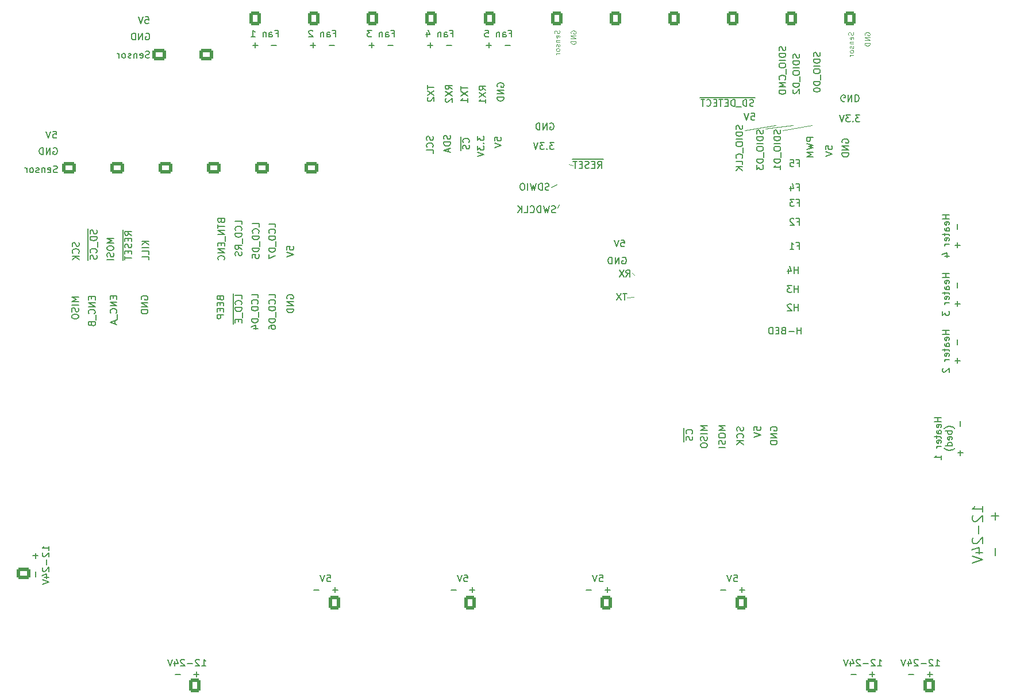
<source format=gbo>
%TF.GenerationSoftware,KiCad,Pcbnew,5.99.0-unknown-43a4cf795~104~ubuntu20.04.1*%
%TF.CreationDate,2020-11-14T20:18:23-08:00*%
%TF.ProjectId,PrntrBoardV2,50726e74-7242-46f6-9172-6456322e6b69,rev?*%
%TF.SameCoordinates,PX160b110PY9be08a8*%
%TF.FileFunction,Legend,Bot*%
%TF.FilePolarity,Positive*%
%FSLAX46Y46*%
G04 Gerber Fmt 4.6, Leading zero omitted, Abs format (unit mm)*
G04 Created by KiCad (PCBNEW 5.99.0-unknown-43a4cf795~104~ubuntu20.04.1) date 2020-11-14 20:18:23*
%MOMM*%
%LPD*%
G01*
G04 APERTURE LIST*
G04 Aperture macros list*
%AMRoundRect*
0 Rectangle with rounded corners*
0 $1 Rounding radius*
0 $2 $3 $4 $5 $6 $7 $8 $9 X,Y pos of 4 corners*
0 Add a 4 corners polygon primitive as box body*
4,1,4,$2,$3,$4,$5,$6,$7,$8,$9,$2,$3,0*
0 Add four circle primitives for the rounded corners*
1,1,$1+$1,$2,$3,0*
1,1,$1+$1,$4,$5,0*
1,1,$1+$1,$6,$7,0*
1,1,$1+$1,$8,$9,0*
0 Add four rect primitives between the rounded corners*
20,1,$1+$1,$2,$3,$4,$5,0*
20,1,$1+$1,$4,$5,$6,$7,0*
20,1,$1+$1,$6,$7,$8,$9,0*
20,1,$1+$1,$8,$9,$2,$3,0*%
G04 Aperture macros list end*
%ADD10C,0.120000*%
%ADD11C,0.150000*%
%ADD12C,0.200000*%
%ADD13C,3.200000*%
%ADD14R,1.727200X1.727200*%
%ADD15O,1.727200X1.727200*%
%ADD16C,0.500000*%
%ADD17RoundRect,0.250000X-0.600000X-0.750000X0.600000X-0.750000X0.600000X0.750000X-0.600000X0.750000X0*%
%ADD18O,1.700000X2.000000*%
%ADD19R,2.600000X2.600000*%
%ADD20C,2.600000*%
%ADD21R,2.400000X2.400000*%
%ADD22C,2.400000*%
%ADD23R,1.700000X1.700000*%
%ADD24O,1.700000X1.700000*%
%ADD25R,2.500000X2.500000*%
%ADD26C,2.500000*%
%ADD27C,3.600000*%
%ADD28R,1.208000X1.208000*%
%ADD29C,1.208000*%
%ADD30C,2.350000*%
%ADD31RoundRect,0.250000X0.725000X-0.600000X0.725000X0.600000X-0.725000X0.600000X-0.725000X-0.600000X0*%
%ADD32O,1.950000X1.700000*%
%ADD33R,1.778000X1.778000*%
%ADD34C,1.778000*%
%ADD35RoundRect,0.250000X0.600000X0.750000X-0.600000X0.750000X-0.600000X-0.750000X0.600000X-0.750000X0*%
%ADD36RoundRect,0.250000X0.750000X-0.600000X0.750000X0.600000X-0.750000X0.600000X-0.750000X-0.600000X0*%
%ADD37O,2.000000X1.700000*%
%ADD38C,1.448000*%
G04 APERTURE END LIST*
D10*
X112522000Y84963000D02*
X116586000Y85471000D01*
X92151200Y60096400D02*
X93116400Y60223400D01*
X84175600Y79603600D02*
X83591400Y79756000D01*
X109474000Y84709000D02*
X114046000Y85471000D01*
X92837000Y63728600D02*
X93192600Y63398400D01*
X115062000Y84709000D02*
X119380000Y85471000D01*
X81889600Y73279000D02*
X82092800Y73837800D01*
X80924400Y76327000D02*
X81762600Y76784200D01*
D11*
X139601380Y72262620D02*
X138601380Y72262620D01*
X139077571Y72262620D02*
X139077571Y71691191D01*
X139601380Y71691191D02*
X138601380Y71691191D01*
X139553761Y70834048D02*
X139601380Y70929286D01*
X139601380Y71119762D01*
X139553761Y71215000D01*
X139458523Y71262620D01*
X139077571Y71262620D01*
X138982333Y71215000D01*
X138934714Y71119762D01*
X138934714Y70929286D01*
X138982333Y70834048D01*
X139077571Y70786429D01*
X139172809Y70786429D01*
X139268047Y71262620D01*
X139601380Y69929286D02*
X139077571Y69929286D01*
X138982333Y69976905D01*
X138934714Y70072143D01*
X138934714Y70262620D01*
X138982333Y70357858D01*
X139553761Y69929286D02*
X139601380Y70024524D01*
X139601380Y70262620D01*
X139553761Y70357858D01*
X139458523Y70405477D01*
X139363285Y70405477D01*
X139268047Y70357858D01*
X139220428Y70262620D01*
X139220428Y70024524D01*
X139172809Y69929286D01*
X138934714Y69595953D02*
X138934714Y69215000D01*
X138601380Y69453096D02*
X139458523Y69453096D01*
X139553761Y69405477D01*
X139601380Y69310239D01*
X139601380Y69215000D01*
X139553761Y68500715D02*
X139601380Y68595953D01*
X139601380Y68786429D01*
X139553761Y68881667D01*
X139458523Y68929286D01*
X139077571Y68929286D01*
X138982333Y68881667D01*
X138934714Y68786429D01*
X138934714Y68595953D01*
X138982333Y68500715D01*
X139077571Y68453096D01*
X139172809Y68453096D01*
X139268047Y68929286D01*
X139601380Y68024524D02*
X138934714Y68024524D01*
X139125190Y68024524D02*
X139029952Y67976905D01*
X138982333Y67929286D01*
X138934714Y67834048D01*
X138934714Y67738810D01*
X138934714Y66215000D02*
X139601380Y66215000D01*
X138553761Y66453096D02*
X139268047Y66691191D01*
X139268047Y66072143D01*
X140830428Y70976905D02*
X140830428Y70215000D01*
X140830428Y68215000D02*
X140830428Y67453096D01*
X141211380Y67834048D02*
X140449476Y67834048D01*
X138415380Y42417620D02*
X137415380Y42417620D01*
X137891571Y42417620D02*
X137891571Y41846191D01*
X138415380Y41846191D02*
X137415380Y41846191D01*
X138367761Y40989048D02*
X138415380Y41084286D01*
X138415380Y41274762D01*
X138367761Y41370000D01*
X138272523Y41417620D01*
X137891571Y41417620D01*
X137796333Y41370000D01*
X137748714Y41274762D01*
X137748714Y41084286D01*
X137796333Y40989048D01*
X137891571Y40941429D01*
X137986809Y40941429D01*
X138082047Y41417620D01*
X138415380Y40084286D02*
X137891571Y40084286D01*
X137796333Y40131905D01*
X137748714Y40227143D01*
X137748714Y40417620D01*
X137796333Y40512858D01*
X138367761Y40084286D02*
X138415380Y40179524D01*
X138415380Y40417620D01*
X138367761Y40512858D01*
X138272523Y40560477D01*
X138177285Y40560477D01*
X138082047Y40512858D01*
X138034428Y40417620D01*
X138034428Y40179524D01*
X137986809Y40084286D01*
X137748714Y39750953D02*
X137748714Y39370000D01*
X137415380Y39608096D02*
X138272523Y39608096D01*
X138367761Y39560477D01*
X138415380Y39465239D01*
X138415380Y39370000D01*
X138367761Y38655715D02*
X138415380Y38750953D01*
X138415380Y38941429D01*
X138367761Y39036667D01*
X138272523Y39084286D01*
X137891571Y39084286D01*
X137796333Y39036667D01*
X137748714Y38941429D01*
X137748714Y38750953D01*
X137796333Y38655715D01*
X137891571Y38608096D01*
X137986809Y38608096D01*
X138082047Y39084286D01*
X138415380Y38179524D02*
X137748714Y38179524D01*
X137939190Y38179524D02*
X137843952Y38131905D01*
X137796333Y38084286D01*
X137748714Y37989048D01*
X137748714Y37893810D01*
X138415380Y36274762D02*
X138415380Y36846191D01*
X138415380Y36560477D02*
X137415380Y36560477D01*
X137558238Y36655715D01*
X137653476Y36750953D01*
X137701095Y36846191D01*
X140406333Y40846191D02*
X140358714Y40893810D01*
X140215857Y40989048D01*
X140120619Y41036667D01*
X139977761Y41084286D01*
X139739666Y41131905D01*
X139549190Y41131905D01*
X139311095Y41084286D01*
X139168238Y41036667D01*
X139073000Y40989048D01*
X138930142Y40893810D01*
X138882523Y40846191D01*
X140025380Y40465239D02*
X139025380Y40465239D01*
X139406333Y40465239D02*
X139358714Y40370000D01*
X139358714Y40179524D01*
X139406333Y40084286D01*
X139453952Y40036667D01*
X139549190Y39989048D01*
X139834904Y39989048D01*
X139930142Y40036667D01*
X139977761Y40084286D01*
X140025380Y40179524D01*
X140025380Y40370000D01*
X139977761Y40465239D01*
X139977761Y39179524D02*
X140025380Y39274762D01*
X140025380Y39465239D01*
X139977761Y39560477D01*
X139882523Y39608096D01*
X139501571Y39608096D01*
X139406333Y39560477D01*
X139358714Y39465239D01*
X139358714Y39274762D01*
X139406333Y39179524D01*
X139501571Y39131905D01*
X139596809Y39131905D01*
X139692047Y39608096D01*
X140025380Y38274762D02*
X139025380Y38274762D01*
X139977761Y38274762D02*
X140025380Y38370000D01*
X140025380Y38560477D01*
X139977761Y38655715D01*
X139930142Y38703334D01*
X139834904Y38750953D01*
X139549190Y38750953D01*
X139453952Y38703334D01*
X139406333Y38655715D01*
X139358714Y38560477D01*
X139358714Y38370000D01*
X139406333Y38274762D01*
X140406333Y37893810D02*
X140358714Y37846191D01*
X140215857Y37750953D01*
X140120619Y37703334D01*
X139977761Y37655715D01*
X139739666Y37608096D01*
X139549190Y37608096D01*
X139311095Y37655715D01*
X139168238Y37703334D01*
X139073000Y37750953D01*
X138930142Y37846191D01*
X138882523Y37893810D01*
X141254428Y41893810D02*
X141254428Y41131905D01*
X141254428Y37608096D02*
X141254428Y36846191D01*
X141635380Y37227143D02*
X140873476Y37227143D01*
X21145476Y101512620D02*
X21621666Y101512620D01*
X21669285Y101036429D01*
X21621666Y101084048D01*
X21526428Y101131667D01*
X21288333Y101131667D01*
X21193095Y101084048D01*
X21145476Y101036429D01*
X21097857Y100941191D01*
X21097857Y100703096D01*
X21145476Y100607858D01*
X21193095Y100560239D01*
X21288333Y100512620D01*
X21526428Y100512620D01*
X21621666Y100560239D01*
X21669285Y100607858D01*
X20812142Y101512620D02*
X20478809Y100512620D01*
X20145476Y101512620D01*
X21764333Y95480239D02*
X21621476Y95432620D01*
X21383380Y95432620D01*
X21288142Y95480239D01*
X21240523Y95527858D01*
X21192904Y95623096D01*
X21192904Y95718334D01*
X21240523Y95813572D01*
X21288142Y95861191D01*
X21383380Y95908810D01*
X21573857Y95956429D01*
X21669095Y96004048D01*
X21716714Y96051667D01*
X21764333Y96146905D01*
X21764333Y96242143D01*
X21716714Y96337381D01*
X21669095Y96385000D01*
X21573857Y96432620D01*
X21335761Y96432620D01*
X21192904Y96385000D01*
X20383380Y95480239D02*
X20478619Y95432620D01*
X20669095Y95432620D01*
X20764333Y95480239D01*
X20811952Y95575477D01*
X20811952Y95956429D01*
X20764333Y96051667D01*
X20669095Y96099286D01*
X20478619Y96099286D01*
X20383380Y96051667D01*
X20335761Y95956429D01*
X20335761Y95861191D01*
X20811952Y95765953D01*
X19907190Y96099286D02*
X19907190Y95432620D01*
X19907190Y96004048D02*
X19859571Y96051667D01*
X19764333Y96099286D01*
X19621476Y96099286D01*
X19526238Y96051667D01*
X19478619Y95956429D01*
X19478619Y95432620D01*
X19050047Y95480239D02*
X18954809Y95432620D01*
X18764333Y95432620D01*
X18669095Y95480239D01*
X18621476Y95575477D01*
X18621476Y95623096D01*
X18669095Y95718334D01*
X18764333Y95765953D01*
X18907190Y95765953D01*
X19002428Y95813572D01*
X19050047Y95908810D01*
X19050047Y95956429D01*
X19002428Y96051667D01*
X18907190Y96099286D01*
X18764333Y96099286D01*
X18669095Y96051667D01*
X18050047Y95432620D02*
X18145285Y95480239D01*
X18192904Y95527858D01*
X18240523Y95623096D01*
X18240523Y95908810D01*
X18192904Y96004048D01*
X18145285Y96051667D01*
X18050047Y96099286D01*
X17907190Y96099286D01*
X17811952Y96051667D01*
X17764333Y96004048D01*
X17716714Y95908810D01*
X17716714Y95623096D01*
X17764333Y95527858D01*
X17811952Y95480239D01*
X17907190Y95432620D01*
X18050047Y95432620D01*
X17288142Y95432620D02*
X17288142Y96099286D01*
X17288142Y95908810D02*
X17240523Y96004048D01*
X17192904Y96051667D01*
X17097666Y96099286D01*
X17002428Y96099286D01*
X21208904Y99052000D02*
X21304142Y99099620D01*
X21447000Y99099620D01*
X21589857Y99052000D01*
X21685095Y98956762D01*
X21732714Y98861524D01*
X21780333Y98671048D01*
X21780333Y98528191D01*
X21732714Y98337715D01*
X21685095Y98242477D01*
X21589857Y98147239D01*
X21447000Y98099620D01*
X21351761Y98099620D01*
X21208904Y98147239D01*
X21161285Y98194858D01*
X21161285Y98528191D01*
X21351761Y98528191D01*
X20732714Y98099620D02*
X20732714Y99099620D01*
X20161285Y98099620D01*
X20161285Y99099620D01*
X19685095Y98099620D02*
X19685095Y99099620D01*
X19447000Y99099620D01*
X19304142Y99052000D01*
X19208904Y98956762D01*
X19161285Y98861524D01*
X19113666Y98671048D01*
X19113666Y98528191D01*
X19161285Y98337715D01*
X19208904Y98242477D01*
X19304142Y98147239D01*
X19447000Y98099620D01*
X19685095Y98099620D01*
D10*
X125461071Y99220143D02*
X125496785Y99113000D01*
X125496785Y98934429D01*
X125461071Y98863000D01*
X125425357Y98827286D01*
X125353928Y98791572D01*
X125282500Y98791572D01*
X125211071Y98827286D01*
X125175357Y98863000D01*
X125139642Y98934429D01*
X125103928Y99077286D01*
X125068214Y99148715D01*
X125032500Y99184429D01*
X124961071Y99220143D01*
X124889642Y99220143D01*
X124818214Y99184429D01*
X124782500Y99148715D01*
X124746785Y99077286D01*
X124746785Y98898715D01*
X124782500Y98791572D01*
X125461071Y98184429D02*
X125496785Y98255858D01*
X125496785Y98398715D01*
X125461071Y98470143D01*
X125389642Y98505858D01*
X125103928Y98505858D01*
X125032500Y98470143D01*
X124996785Y98398715D01*
X124996785Y98255858D01*
X125032500Y98184429D01*
X125103928Y98148715D01*
X125175357Y98148715D01*
X125246785Y98505858D01*
X124996785Y97827286D02*
X125496785Y97827286D01*
X125068214Y97827286D02*
X125032500Y97791572D01*
X124996785Y97720143D01*
X124996785Y97613000D01*
X125032500Y97541572D01*
X125103928Y97505858D01*
X125496785Y97505858D01*
X125461071Y97184429D02*
X125496785Y97113000D01*
X125496785Y96970143D01*
X125461071Y96898715D01*
X125389642Y96863000D01*
X125353928Y96863000D01*
X125282500Y96898715D01*
X125246785Y96970143D01*
X125246785Y97077286D01*
X125211071Y97148715D01*
X125139642Y97184429D01*
X125103928Y97184429D01*
X125032500Y97148715D01*
X124996785Y97077286D01*
X124996785Y96970143D01*
X125032500Y96898715D01*
X125496785Y96434429D02*
X125461071Y96505858D01*
X125425357Y96541572D01*
X125353928Y96577286D01*
X125139642Y96577286D01*
X125068214Y96541572D01*
X125032500Y96505858D01*
X124996785Y96434429D01*
X124996785Y96327286D01*
X125032500Y96255858D01*
X125068214Y96220143D01*
X125139642Y96184429D01*
X125353928Y96184429D01*
X125425357Y96220143D01*
X125461071Y96255858D01*
X125496785Y96327286D01*
X125496785Y96434429D01*
X125496785Y95863000D02*
X124996785Y95863000D01*
X125139642Y95863000D02*
X125068214Y95827286D01*
X125032500Y95791572D01*
X124996785Y95720143D01*
X124996785Y95648715D01*
X127197500Y98791572D02*
X127161785Y98863000D01*
X127161785Y98970143D01*
X127197500Y99077286D01*
X127268928Y99148715D01*
X127340357Y99184429D01*
X127483214Y99220143D01*
X127590357Y99220143D01*
X127733214Y99184429D01*
X127804642Y99148715D01*
X127876071Y99077286D01*
X127911785Y98970143D01*
X127911785Y98898715D01*
X127876071Y98791572D01*
X127840357Y98755858D01*
X127590357Y98755858D01*
X127590357Y98898715D01*
X127911785Y98434429D02*
X127161785Y98434429D01*
X127911785Y98005858D01*
X127161785Y98005858D01*
X127911785Y97648715D02*
X127161785Y97648715D01*
X127161785Y97470143D01*
X127197500Y97363000D01*
X127268928Y97291572D01*
X127340357Y97255858D01*
X127483214Y97220143D01*
X127590357Y97220143D01*
X127733214Y97255858D01*
X127804642Y97291572D01*
X127876071Y97363000D01*
X127911785Y97470143D01*
X127911785Y97648715D01*
D11*
X62698380Y91408096D02*
X62698380Y90836667D01*
X63698380Y91122381D02*
X62698380Y91122381D01*
X62698380Y90598572D02*
X63698380Y89931905D01*
X62698380Y89931905D02*
X63698380Y90598572D01*
X62793619Y89598572D02*
X62746000Y89550953D01*
X62698380Y89455715D01*
X62698380Y89217620D01*
X62746000Y89122381D01*
X62793619Y89074762D01*
X62888857Y89027143D01*
X62984095Y89027143D01*
X63126952Y89074762D01*
X63698380Y89646191D01*
X63698380Y89027143D01*
X66365380Y90812858D02*
X65889190Y91146191D01*
X66365380Y91384286D02*
X65365380Y91384286D01*
X65365380Y91003334D01*
X65413000Y90908096D01*
X65460619Y90860477D01*
X65555857Y90812858D01*
X65698714Y90812858D01*
X65793952Y90860477D01*
X65841571Y90908096D01*
X65889190Y91003334D01*
X65889190Y91384286D01*
X65365380Y90479524D02*
X66365380Y89812858D01*
X65365380Y89812858D02*
X66365380Y90479524D01*
X65460619Y89479524D02*
X65413000Y89431905D01*
X65365380Y89336667D01*
X65365380Y89098572D01*
X65413000Y89003334D01*
X65460619Y88955715D01*
X65555857Y88908096D01*
X65651095Y88908096D01*
X65793952Y88955715D01*
X66365380Y89527143D01*
X66365380Y88908096D01*
X117173333Y79954429D02*
X117506666Y79954429D01*
X117506666Y79430620D02*
X117506666Y80430620D01*
X117030476Y80430620D01*
X116173333Y80430620D02*
X116649523Y80430620D01*
X116697142Y79954429D01*
X116649523Y80002048D01*
X116554285Y80049667D01*
X116316190Y80049667D01*
X116220952Y80002048D01*
X116173333Y79954429D01*
X116125714Y79859191D01*
X116125714Y79621096D01*
X116173333Y79525858D01*
X116220952Y79478239D01*
X116316190Y79430620D01*
X116554285Y79430620D01*
X116649523Y79478239D01*
X116697142Y79525858D01*
X16438571Y60366020D02*
X16438571Y60032686D01*
X16962380Y59889829D02*
X16962380Y60366020D01*
X15962380Y60366020D01*
X15962380Y59889829D01*
X16962380Y59461258D02*
X15962380Y59461258D01*
X16962380Y58889829D01*
X15962380Y58889829D01*
X16867142Y57842210D02*
X16914761Y57889829D01*
X16962380Y58032686D01*
X16962380Y58127924D01*
X16914761Y58270781D01*
X16819523Y58366020D01*
X16724285Y58413639D01*
X16533809Y58461258D01*
X16390952Y58461258D01*
X16200476Y58413639D01*
X16105238Y58366020D01*
X16010000Y58270781D01*
X15962380Y58127924D01*
X15962380Y58032686D01*
X16010000Y57889829D01*
X16057619Y57842210D01*
X17057619Y57651734D02*
X17057619Y56889829D01*
X16676666Y56699353D02*
X16676666Y56223162D01*
X16962380Y56794591D02*
X15962380Y56461258D01*
X16962380Y56127924D01*
X42045000Y59969305D02*
X41997380Y60064543D01*
X41997380Y60207400D01*
X42045000Y60350258D01*
X42140238Y60445496D01*
X42235476Y60493115D01*
X42425952Y60540734D01*
X42568809Y60540734D01*
X42759285Y60493115D01*
X42854523Y60445496D01*
X42949761Y60350258D01*
X42997380Y60207400D01*
X42997380Y60112162D01*
X42949761Y59969305D01*
X42902142Y59921686D01*
X42568809Y59921686D01*
X42568809Y60112162D01*
X42997380Y59493115D02*
X41997380Y59493115D01*
X42997380Y58921686D01*
X41997380Y58921686D01*
X42997380Y58445496D02*
X41997380Y58445496D01*
X41997380Y58207400D01*
X42045000Y58064543D01*
X42140238Y57969305D01*
X42235476Y57921686D01*
X42425952Y57874067D01*
X42568809Y57874067D01*
X42759285Y57921686D01*
X42854523Y57969305D01*
X42949761Y58064543D01*
X42997380Y58207400D01*
X42997380Y58445496D01*
X41997380Y67144877D02*
X41997380Y67621067D01*
X42473571Y67668686D01*
X42425952Y67621067D01*
X42378333Y67525829D01*
X42378333Y67287734D01*
X42425952Y67192496D01*
X42473571Y67144877D01*
X42568809Y67097258D01*
X42806904Y67097258D01*
X42902142Y67144877D01*
X42949761Y67192496D01*
X42997380Y67287734D01*
X42997380Y67525829D01*
X42949761Y67621067D01*
X42902142Y67668686D01*
X41997380Y66811543D02*
X42997380Y66478210D01*
X41997380Y66144877D01*
X34095000Y60683496D02*
X34095000Y59873972D01*
X35377380Y59969210D02*
X35377380Y60445400D01*
X34377380Y60445400D01*
X34095000Y59873972D02*
X34095000Y58873972D01*
X35282142Y59064448D02*
X35329761Y59112067D01*
X35377380Y59254924D01*
X35377380Y59350162D01*
X35329761Y59493020D01*
X35234523Y59588258D01*
X35139285Y59635877D01*
X34948809Y59683496D01*
X34805952Y59683496D01*
X34615476Y59635877D01*
X34520238Y59588258D01*
X34425000Y59493020D01*
X34377380Y59350162D01*
X34377380Y59254924D01*
X34425000Y59112067D01*
X34472619Y59064448D01*
X34095000Y58873972D02*
X34095000Y57873972D01*
X35377380Y58635877D02*
X34377380Y58635877D01*
X34377380Y58397781D01*
X34425000Y58254924D01*
X34520238Y58159686D01*
X34615476Y58112067D01*
X34805952Y58064448D01*
X34948809Y58064448D01*
X35139285Y58112067D01*
X35234523Y58159686D01*
X35329761Y58254924D01*
X35377380Y58397781D01*
X35377380Y58635877D01*
X34095000Y57873972D02*
X34095000Y57112067D01*
X35472619Y57873972D02*
X35472619Y57112067D01*
X34095000Y57112067D02*
X34095000Y56207305D01*
X34853571Y56873972D02*
X34853571Y56540639D01*
X35377380Y56397781D02*
X35377380Y56873972D01*
X34377380Y56873972D01*
X34377380Y56397781D01*
X129063476Y5813620D02*
X129634904Y5813620D01*
X129349190Y5813620D02*
X129349190Y6813620D01*
X129444428Y6670762D01*
X129539666Y6575524D01*
X129634904Y6527905D01*
X128682523Y6718381D02*
X128634904Y6766000D01*
X128539666Y6813620D01*
X128301571Y6813620D01*
X128206333Y6766000D01*
X128158714Y6718381D01*
X128111095Y6623143D01*
X128111095Y6527905D01*
X128158714Y6385048D01*
X128730142Y5813620D01*
X128111095Y5813620D01*
X127682523Y6194572D02*
X126920619Y6194572D01*
X126492047Y6718381D02*
X126444428Y6766000D01*
X126349190Y6813620D01*
X126111095Y6813620D01*
X126015857Y6766000D01*
X125968238Y6718381D01*
X125920619Y6623143D01*
X125920619Y6527905D01*
X125968238Y6385048D01*
X126539666Y5813620D01*
X125920619Y5813620D01*
X125063476Y6480286D02*
X125063476Y5813620D01*
X125301571Y6861239D02*
X125539666Y6146953D01*
X124920619Y6146953D01*
X124682523Y6813620D02*
X124349190Y5813620D01*
X124015857Y6813620D01*
X128634904Y4584572D02*
X127873000Y4584572D01*
X128253952Y4203620D02*
X128253952Y4965524D01*
X125873000Y4584572D02*
X125111095Y4584572D01*
X29495476Y5813620D02*
X30066904Y5813620D01*
X29781190Y5813620D02*
X29781190Y6813620D01*
X29876428Y6670762D01*
X29971666Y6575524D01*
X30066904Y6527905D01*
X29114523Y6718381D02*
X29066904Y6766000D01*
X28971666Y6813620D01*
X28733571Y6813620D01*
X28638333Y6766000D01*
X28590714Y6718381D01*
X28543095Y6623143D01*
X28543095Y6527905D01*
X28590714Y6385048D01*
X29162142Y5813620D01*
X28543095Y5813620D01*
X28114523Y6194572D02*
X27352619Y6194572D01*
X26924047Y6718381D02*
X26876428Y6766000D01*
X26781190Y6813620D01*
X26543095Y6813620D01*
X26447857Y6766000D01*
X26400238Y6718381D01*
X26352619Y6623143D01*
X26352619Y6527905D01*
X26400238Y6385048D01*
X26971666Y5813620D01*
X26352619Y5813620D01*
X25495476Y6480286D02*
X25495476Y5813620D01*
X25733571Y6861239D02*
X25971666Y6146953D01*
X25352619Y6146953D01*
X25114523Y6813620D02*
X24781190Y5813620D01*
X24447857Y6813620D01*
X29066904Y4584572D02*
X28305000Y4584572D01*
X28685952Y4203620D02*
X28685952Y4965524D01*
X26305000Y4584572D02*
X25543095Y4584572D01*
X68135476Y19259620D02*
X68611666Y19259620D01*
X68659285Y18783429D01*
X68611666Y18831048D01*
X68516428Y18878667D01*
X68278333Y18878667D01*
X68183095Y18831048D01*
X68135476Y18783429D01*
X68087857Y18688191D01*
X68087857Y18450096D01*
X68135476Y18354858D01*
X68183095Y18307239D01*
X68278333Y18259620D01*
X68516428Y18259620D01*
X68611666Y18307239D01*
X68659285Y18354858D01*
X67802142Y19259620D02*
X67468809Y18259620D01*
X67135476Y19259620D01*
X69706904Y17030572D02*
X68945000Y17030572D01*
X69325952Y16649620D02*
X69325952Y17411524D01*
X66945000Y17030572D02*
X66183095Y17030572D01*
X4981428Y22462905D02*
X4981428Y21701000D01*
X5362380Y22081953D02*
X4600476Y22081953D01*
X4981428Y19701000D02*
X4981428Y18939096D01*
X6972380Y22891477D02*
X6972380Y23462905D01*
X6972380Y23177191D02*
X5972380Y23177191D01*
X6115238Y23272429D01*
X6210476Y23367667D01*
X6258095Y23462905D01*
X6067619Y22510524D02*
X6020000Y22462905D01*
X5972380Y22367667D01*
X5972380Y22129572D01*
X6020000Y22034334D01*
X6067619Y21986715D01*
X6162857Y21939096D01*
X6258095Y21939096D01*
X6400952Y21986715D01*
X6972380Y22558143D01*
X6972380Y21939096D01*
X6591428Y21510524D02*
X6591428Y20748620D01*
X6067619Y20320048D02*
X6020000Y20272429D01*
X5972380Y20177191D01*
X5972380Y19939096D01*
X6020000Y19843858D01*
X6067619Y19796239D01*
X6162857Y19748620D01*
X6258095Y19748620D01*
X6400952Y19796239D01*
X6972380Y20367667D01*
X6972380Y19748620D01*
X6305714Y18891477D02*
X6972380Y18891477D01*
X5924761Y19129572D02*
X6639047Y19367667D01*
X6639047Y18748620D01*
X5972380Y18510524D02*
X6972380Y18177191D01*
X5972380Y17843858D01*
X48863047Y99047429D02*
X49196380Y99047429D01*
X49196380Y98523620D02*
X49196380Y99523620D01*
X48720190Y99523620D01*
X47910666Y98523620D02*
X47910666Y99047429D01*
X47958285Y99142667D01*
X48053523Y99190286D01*
X48244000Y99190286D01*
X48339238Y99142667D01*
X47910666Y98571239D02*
X48005904Y98523620D01*
X48244000Y98523620D01*
X48339238Y98571239D01*
X48386857Y98666477D01*
X48386857Y98761715D01*
X48339238Y98856953D01*
X48244000Y98904572D01*
X48005904Y98904572D01*
X47910666Y98952191D01*
X47434476Y99190286D02*
X47434476Y98523620D01*
X47434476Y99095048D02*
X47386857Y99142667D01*
X47291619Y99190286D01*
X47148761Y99190286D01*
X47053523Y99142667D01*
X47005904Y99047429D01*
X47005904Y98523620D01*
X45815428Y99428381D02*
X45767809Y99476000D01*
X45672571Y99523620D01*
X45434476Y99523620D01*
X45339238Y99476000D01*
X45291619Y99428381D01*
X45244000Y99333143D01*
X45244000Y99237905D01*
X45291619Y99095048D01*
X45863047Y98523620D01*
X45244000Y98523620D01*
X49005904Y97294572D02*
X48244000Y97294572D01*
X46244000Y97294572D02*
X45482095Y97294572D01*
X45863047Y96913620D02*
X45863047Y97675524D01*
X71318380Y90685858D02*
X70842190Y91019191D01*
X71318380Y91257286D02*
X70318380Y91257286D01*
X70318380Y90876334D01*
X70366000Y90781096D01*
X70413619Y90733477D01*
X70508857Y90685858D01*
X70651714Y90685858D01*
X70746952Y90733477D01*
X70794571Y90781096D01*
X70842190Y90876334D01*
X70842190Y91257286D01*
X70318380Y90352524D02*
X71318380Y89685858D01*
X70318380Y89685858D02*
X71318380Y90352524D01*
X71318380Y88781096D02*
X71318380Y89352524D01*
X71318380Y89066810D02*
X70318380Y89066810D01*
X70461238Y89162048D01*
X70556476Y89257286D01*
X70604095Y89352524D01*
X121372380Y81978477D02*
X121372380Y82454667D01*
X121848571Y82502286D01*
X121800952Y82454667D01*
X121753333Y82359429D01*
X121753333Y82121334D01*
X121800952Y82026096D01*
X121848571Y81978477D01*
X121943809Y81930858D01*
X122181904Y81930858D01*
X122277142Y81978477D01*
X122324761Y82026096D01*
X122372380Y82121334D01*
X122372380Y82359429D01*
X122324761Y82454667D01*
X122277142Y82502286D01*
X121372380Y81645143D02*
X122372380Y81311810D01*
X121372380Y80978477D01*
X100516000Y40854191D02*
X100516000Y39854191D01*
X101703142Y40044667D02*
X101750761Y40092286D01*
X101798380Y40235143D01*
X101798380Y40330381D01*
X101750761Y40473239D01*
X101655523Y40568477D01*
X101560285Y40616096D01*
X101369809Y40663715D01*
X101226952Y40663715D01*
X101036476Y40616096D01*
X100941238Y40568477D01*
X100846000Y40473239D01*
X100798380Y40330381D01*
X100798380Y40235143D01*
X100846000Y40092286D01*
X100893619Y40044667D01*
X100516000Y39854191D02*
X100516000Y38901810D01*
X101750761Y39663715D02*
X101798380Y39520858D01*
X101798380Y39282762D01*
X101750761Y39187524D01*
X101703142Y39139905D01*
X101607904Y39092286D01*
X101512666Y39092286D01*
X101417428Y39139905D01*
X101369809Y39187524D01*
X101322190Y39282762D01*
X101274571Y39473239D01*
X101226952Y39568477D01*
X101179333Y39616096D01*
X101084095Y39663715D01*
X100988857Y39663715D01*
X100893619Y39616096D01*
X100846000Y39568477D01*
X100798380Y39473239D01*
X100798380Y39235143D01*
X100846000Y39092286D01*
X40330380Y70500620D02*
X40330380Y70976810D01*
X39330380Y70976810D01*
X40235142Y69595858D02*
X40282761Y69643477D01*
X40330380Y69786334D01*
X40330380Y69881572D01*
X40282761Y70024429D01*
X40187523Y70119667D01*
X40092285Y70167286D01*
X39901809Y70214905D01*
X39758952Y70214905D01*
X39568476Y70167286D01*
X39473238Y70119667D01*
X39378000Y70024429D01*
X39330380Y69881572D01*
X39330380Y69786334D01*
X39378000Y69643477D01*
X39425619Y69595858D01*
X40330380Y69167286D02*
X39330380Y69167286D01*
X39330380Y68929191D01*
X39378000Y68786334D01*
X39473238Y68691096D01*
X39568476Y68643477D01*
X39758952Y68595858D01*
X39901809Y68595858D01*
X40092285Y68643477D01*
X40187523Y68691096D01*
X40282761Y68786334D01*
X40330380Y68929191D01*
X40330380Y69167286D01*
X40425619Y68405381D02*
X40425619Y67643477D01*
X40330380Y67405381D02*
X39330380Y67405381D01*
X39330380Y67167286D01*
X39378000Y67024429D01*
X39473238Y66929191D01*
X39568476Y66881572D01*
X39758952Y66833953D01*
X39901809Y66833953D01*
X40092285Y66881572D01*
X40187523Y66929191D01*
X40282761Y67024429D01*
X40330380Y67167286D01*
X40330380Y67405381D01*
X39330380Y66500620D02*
X39330380Y65833953D01*
X40330380Y66262524D01*
X32186571Y60032734D02*
X32234190Y59889877D01*
X32281809Y59842258D01*
X32377047Y59794639D01*
X32519904Y59794639D01*
X32615142Y59842258D01*
X32662761Y59889877D01*
X32710380Y59985115D01*
X32710380Y60366067D01*
X31710380Y60366067D01*
X31710380Y60032734D01*
X31758000Y59937496D01*
X31805619Y59889877D01*
X31900857Y59842258D01*
X31996095Y59842258D01*
X32091333Y59889877D01*
X32138952Y59937496D01*
X32186571Y60032734D01*
X32186571Y60366067D01*
X32186571Y59366067D02*
X32186571Y59032734D01*
X32710380Y58889877D02*
X32710380Y59366067D01*
X31710380Y59366067D01*
X31710380Y58889877D01*
X32186571Y58461305D02*
X32186571Y58127972D01*
X32710380Y57985115D02*
X32710380Y58461305D01*
X31710380Y58461305D01*
X31710380Y57985115D01*
X32710380Y57556543D02*
X31710380Y57556543D01*
X31710380Y57175591D01*
X31758000Y57080353D01*
X31805619Y57032734D01*
X31900857Y56985115D01*
X32043714Y56985115D01*
X32138952Y57032734D01*
X32186571Y57080353D01*
X32234190Y57175591D01*
X32234190Y57556543D01*
X103957380Y41195429D02*
X102957380Y41195429D01*
X103671666Y40862096D01*
X102957380Y40528762D01*
X103957380Y40528762D01*
X103957380Y40052572D02*
X102957380Y40052572D01*
X103909761Y39624000D02*
X103957380Y39481143D01*
X103957380Y39243048D01*
X103909761Y39147810D01*
X103862142Y39100191D01*
X103766904Y39052572D01*
X103671666Y39052572D01*
X103576428Y39100191D01*
X103528809Y39147810D01*
X103481190Y39243048D01*
X103433571Y39433524D01*
X103385952Y39528762D01*
X103338333Y39576381D01*
X103243095Y39624000D01*
X103147857Y39624000D01*
X103052619Y39576381D01*
X103005000Y39528762D01*
X102957380Y39433524D01*
X102957380Y39195429D01*
X103005000Y39052572D01*
X102957380Y38433524D02*
X102957380Y38243048D01*
X103005000Y38147810D01*
X103100238Y38052572D01*
X103290714Y38004953D01*
X103624047Y38004953D01*
X103814523Y38052572D01*
X103909761Y38147810D01*
X103957380Y38243048D01*
X103957380Y38433524D01*
X103909761Y38528762D01*
X103814523Y38624000D01*
X103624047Y38671620D01*
X103290714Y38671620D01*
X103100238Y38624000D01*
X103005000Y38528762D01*
X102957380Y38433524D01*
X12733600Y70252934D02*
X12733600Y69300553D01*
X13968361Y70062458D02*
X14015980Y69919600D01*
X14015980Y69681505D01*
X13968361Y69586267D01*
X13920742Y69538648D01*
X13825504Y69491029D01*
X13730266Y69491029D01*
X13635028Y69538648D01*
X13587409Y69586267D01*
X13539790Y69681505D01*
X13492171Y69871981D01*
X13444552Y69967220D01*
X13396933Y70014839D01*
X13301695Y70062458D01*
X13206457Y70062458D01*
X13111219Y70014839D01*
X13063600Y69967220D01*
X13015980Y69871981D01*
X13015980Y69633886D01*
X13063600Y69491029D01*
X12733600Y69300553D02*
X12733600Y68300553D01*
X14015980Y69062458D02*
X13015980Y69062458D01*
X13015980Y68824362D01*
X13063600Y68681505D01*
X13158838Y68586267D01*
X13254076Y68538648D01*
X13444552Y68491029D01*
X13587409Y68491029D01*
X13777885Y68538648D01*
X13873123Y68586267D01*
X13968361Y68681505D01*
X14015980Y68824362D01*
X14015980Y69062458D01*
X12733600Y68300553D02*
X12733600Y67538648D01*
X14111219Y68300553D02*
X14111219Y67538648D01*
X12733600Y67538648D02*
X12733600Y66538648D01*
X13920742Y66729124D02*
X13968361Y66776743D01*
X14015980Y66919600D01*
X14015980Y67014839D01*
X13968361Y67157696D01*
X13873123Y67252934D01*
X13777885Y67300553D01*
X13587409Y67348172D01*
X13444552Y67348172D01*
X13254076Y67300553D01*
X13158838Y67252934D01*
X13063600Y67157696D01*
X13015980Y67014839D01*
X13015980Y66919600D01*
X13063600Y66776743D01*
X13111219Y66729124D01*
X12733600Y66538648D02*
X12733600Y65586267D01*
X13968361Y66348172D02*
X14015980Y66205315D01*
X14015980Y65967220D01*
X13968361Y65871981D01*
X13920742Y65824362D01*
X13825504Y65776743D01*
X13730266Y65776743D01*
X13635028Y65824362D01*
X13587409Y65871981D01*
X13539790Y65967220D01*
X13492171Y66157696D01*
X13444552Y66252934D01*
X13396933Y66300553D01*
X13301695Y66348172D01*
X13206457Y66348172D01*
X13111219Y66300553D01*
X13063600Y66252934D01*
X13015980Y66157696D01*
X13015980Y65919600D01*
X13063600Y65776743D01*
X88074476Y19259620D02*
X88550666Y19259620D01*
X88598285Y18783429D01*
X88550666Y18831048D01*
X88455428Y18878667D01*
X88217333Y18878667D01*
X88122095Y18831048D01*
X88074476Y18783429D01*
X88026857Y18688191D01*
X88026857Y18450096D01*
X88074476Y18354858D01*
X88122095Y18307239D01*
X88217333Y18259620D01*
X88455428Y18259620D01*
X88550666Y18307239D01*
X88598285Y18354858D01*
X87741142Y19259620D02*
X87407809Y18259620D01*
X87074476Y19259620D01*
X89645904Y17030572D02*
X88884000Y17030572D01*
X89264952Y16649620D02*
X89264952Y17411524D01*
X86884000Y17030572D02*
X86122095Y17030572D01*
X40330380Y60086620D02*
X40330380Y60562810D01*
X39330380Y60562810D01*
X40235142Y59181858D02*
X40282761Y59229477D01*
X40330380Y59372334D01*
X40330380Y59467572D01*
X40282761Y59610429D01*
X40187523Y59705667D01*
X40092285Y59753286D01*
X39901809Y59800905D01*
X39758952Y59800905D01*
X39568476Y59753286D01*
X39473238Y59705667D01*
X39378000Y59610429D01*
X39330380Y59467572D01*
X39330380Y59372334D01*
X39378000Y59229477D01*
X39425619Y59181858D01*
X40330380Y58753286D02*
X39330380Y58753286D01*
X39330380Y58515191D01*
X39378000Y58372334D01*
X39473238Y58277096D01*
X39568476Y58229477D01*
X39758952Y58181858D01*
X39901809Y58181858D01*
X40092285Y58229477D01*
X40187523Y58277096D01*
X40282761Y58372334D01*
X40330380Y58515191D01*
X40330380Y58753286D01*
X40425619Y57991381D02*
X40425619Y57229477D01*
X40330380Y56991381D02*
X39330380Y56991381D01*
X39330380Y56753286D01*
X39378000Y56610429D01*
X39473238Y56515191D01*
X39568476Y56467572D01*
X39758952Y56419953D01*
X39901809Y56419953D01*
X40092285Y56467572D01*
X40187523Y56515191D01*
X40282761Y56610429D01*
X40330380Y56753286D01*
X40330380Y56991381D01*
X39330380Y55562810D02*
X39330380Y55753286D01*
X39378000Y55848524D01*
X39425619Y55896143D01*
X39568476Y55991381D01*
X39758952Y56039000D01*
X40139904Y56039000D01*
X40235142Y55991381D01*
X40282761Y55943762D01*
X40330380Y55848524D01*
X40330380Y55658048D01*
X40282761Y55562810D01*
X40235142Y55515191D01*
X40139904Y55467572D01*
X39901809Y55467572D01*
X39806571Y55515191D01*
X39758952Y55562810D01*
X39711333Y55658048D01*
X39711333Y55848524D01*
X39758952Y55943762D01*
X39806571Y55991381D01*
X39901809Y56039000D01*
X110957809Y89603000D02*
X110005428Y89603000D01*
X110767333Y88368239D02*
X110624476Y88320620D01*
X110386380Y88320620D01*
X110291142Y88368239D01*
X110243523Y88415858D01*
X110195904Y88511096D01*
X110195904Y88606334D01*
X110243523Y88701572D01*
X110291142Y88749191D01*
X110386380Y88796810D01*
X110576857Y88844429D01*
X110672095Y88892048D01*
X110719714Y88939667D01*
X110767333Y89034905D01*
X110767333Y89130143D01*
X110719714Y89225381D01*
X110672095Y89273000D01*
X110576857Y89320620D01*
X110338761Y89320620D01*
X110195904Y89273000D01*
X110005428Y89603000D02*
X109005428Y89603000D01*
X109767333Y88320620D02*
X109767333Y89320620D01*
X109529238Y89320620D01*
X109386380Y89273000D01*
X109291142Y89177762D01*
X109243523Y89082524D01*
X109195904Y88892048D01*
X109195904Y88749191D01*
X109243523Y88558715D01*
X109291142Y88463477D01*
X109386380Y88368239D01*
X109529238Y88320620D01*
X109767333Y88320620D01*
X109005428Y89603000D02*
X108243523Y89603000D01*
X109005428Y88225381D02*
X108243523Y88225381D01*
X108243523Y89603000D02*
X107243523Y89603000D01*
X108005428Y88320620D02*
X108005428Y89320620D01*
X107767333Y89320620D01*
X107624476Y89273000D01*
X107529238Y89177762D01*
X107481619Y89082524D01*
X107434000Y88892048D01*
X107434000Y88749191D01*
X107481619Y88558715D01*
X107529238Y88463477D01*
X107624476Y88368239D01*
X107767333Y88320620D01*
X108005428Y88320620D01*
X107243523Y89603000D02*
X106338761Y89603000D01*
X107005428Y88844429D02*
X106672095Y88844429D01*
X106529238Y88320620D02*
X107005428Y88320620D01*
X107005428Y89320620D01*
X106529238Y89320620D01*
X106338761Y89603000D02*
X105576857Y89603000D01*
X106243523Y89320620D02*
X105672095Y89320620D01*
X105957809Y88320620D02*
X105957809Y89320620D01*
X105576857Y89603000D02*
X104672095Y89603000D01*
X105338761Y88844429D02*
X105005428Y88844429D01*
X104862571Y88320620D02*
X105338761Y88320620D01*
X105338761Y89320620D01*
X104862571Y89320620D01*
X104672095Y89603000D02*
X103672095Y89603000D01*
X103862571Y88415858D02*
X103910190Y88368239D01*
X104053047Y88320620D01*
X104148285Y88320620D01*
X104291142Y88368239D01*
X104386380Y88463477D01*
X104434000Y88558715D01*
X104481619Y88749191D01*
X104481619Y88892048D01*
X104434000Y89082524D01*
X104386380Y89177762D01*
X104291142Y89273000D01*
X104148285Y89320620D01*
X104053047Y89320620D01*
X103910190Y89273000D01*
X103862571Y89225381D01*
X103672095Y89603000D02*
X102910190Y89603000D01*
X103576857Y89320620D02*
X103005428Y89320620D01*
X103291142Y88320620D02*
X103291142Y89320620D01*
X114704761Y84819762D02*
X114752380Y84676905D01*
X114752380Y84438810D01*
X114704761Y84343572D01*
X114657142Y84295953D01*
X114561904Y84248334D01*
X114466666Y84248334D01*
X114371428Y84295953D01*
X114323809Y84343572D01*
X114276190Y84438810D01*
X114228571Y84629286D01*
X114180952Y84724524D01*
X114133333Y84772143D01*
X114038095Y84819762D01*
X113942857Y84819762D01*
X113847619Y84772143D01*
X113800000Y84724524D01*
X113752380Y84629286D01*
X113752380Y84391191D01*
X113800000Y84248334D01*
X114752380Y83819762D02*
X113752380Y83819762D01*
X113752380Y83581667D01*
X113800000Y83438810D01*
X113895238Y83343572D01*
X113990476Y83295953D01*
X114180952Y83248334D01*
X114323809Y83248334D01*
X114514285Y83295953D01*
X114609523Y83343572D01*
X114704761Y83438810D01*
X114752380Y83581667D01*
X114752380Y83819762D01*
X114752380Y82819762D02*
X113752380Y82819762D01*
X113752380Y82153096D02*
X113752380Y81962620D01*
X113800000Y81867381D01*
X113895238Y81772143D01*
X114085714Y81724524D01*
X114419047Y81724524D01*
X114609523Y81772143D01*
X114704761Y81867381D01*
X114752380Y81962620D01*
X114752380Y82153096D01*
X114704761Y82248334D01*
X114609523Y82343572D01*
X114419047Y82391191D01*
X114085714Y82391191D01*
X113895238Y82343572D01*
X113800000Y82248334D01*
X113752380Y82153096D01*
X114847619Y81534048D02*
X114847619Y80772143D01*
X114752380Y80534048D02*
X113752380Y80534048D01*
X113752380Y80295953D01*
X113800000Y80153096D01*
X113895238Y80057858D01*
X113990476Y80010239D01*
X114180952Y79962620D01*
X114323809Y79962620D01*
X114514285Y80010239D01*
X114609523Y80057858D01*
X114704761Y80153096D01*
X114752380Y80295953D01*
X114752380Y80534048D01*
X114752380Y79010239D02*
X114752380Y79581667D01*
X114752380Y79295953D02*
X113752380Y79295953D01*
X113895238Y79391191D01*
X113990476Y79486429D01*
X114038095Y79581667D01*
X106624380Y41195429D02*
X105624380Y41195429D01*
X106338666Y40862096D01*
X105624380Y40528762D01*
X106624380Y40528762D01*
X105624380Y39862096D02*
X105624380Y39671620D01*
X105672000Y39576381D01*
X105767238Y39481143D01*
X105957714Y39433524D01*
X106291047Y39433524D01*
X106481523Y39481143D01*
X106576761Y39576381D01*
X106624380Y39671620D01*
X106624380Y39862096D01*
X106576761Y39957334D01*
X106481523Y40052572D01*
X106291047Y40100191D01*
X105957714Y40100191D01*
X105767238Y40052572D01*
X105672000Y39957334D01*
X105624380Y39862096D01*
X106576761Y39052572D02*
X106624380Y38909715D01*
X106624380Y38671620D01*
X106576761Y38576381D01*
X106529142Y38528762D01*
X106433904Y38481143D01*
X106338666Y38481143D01*
X106243428Y38528762D01*
X106195809Y38576381D01*
X106148190Y38671620D01*
X106100571Y38862096D01*
X106052952Y38957334D01*
X106005333Y39004953D01*
X105910095Y39052572D01*
X105814857Y39052572D01*
X105719619Y39004953D01*
X105672000Y38957334D01*
X105624380Y38862096D01*
X105624380Y38624000D01*
X105672000Y38481143D01*
X106624380Y38052572D02*
X105624380Y38052572D01*
X20582000Y59816905D02*
X20534380Y59912143D01*
X20534380Y60055000D01*
X20582000Y60197858D01*
X20677238Y60293096D01*
X20772476Y60340715D01*
X20962952Y60388334D01*
X21105809Y60388334D01*
X21296285Y60340715D01*
X21391523Y60293096D01*
X21486761Y60197858D01*
X21534380Y60055000D01*
X21534380Y59959762D01*
X21486761Y59816905D01*
X21439142Y59769286D01*
X21105809Y59769286D01*
X21105809Y59959762D01*
X21534380Y59340715D02*
X20534380Y59340715D01*
X21534380Y58769286D01*
X20534380Y58769286D01*
X21534380Y58293096D02*
X20534380Y58293096D01*
X20534380Y58055000D01*
X20582000Y57912143D01*
X20677238Y57816905D01*
X20772476Y57769286D01*
X20962952Y57721667D01*
X21105809Y57721667D01*
X21296285Y57769286D01*
X21391523Y57816905D01*
X21486761Y57912143D01*
X21534380Y58055000D01*
X21534380Y58293096D01*
X107886476Y19259620D02*
X108362666Y19259620D01*
X108410285Y18783429D01*
X108362666Y18831048D01*
X108267428Y18878667D01*
X108029333Y18878667D01*
X107934095Y18831048D01*
X107886476Y18783429D01*
X107838857Y18688191D01*
X107838857Y18450096D01*
X107886476Y18354858D01*
X107934095Y18307239D01*
X108029333Y18259620D01*
X108267428Y18259620D01*
X108362666Y18307239D01*
X108410285Y18354858D01*
X107553142Y19259620D02*
X107219809Y18259620D01*
X106886476Y19259620D01*
X109457904Y17030572D02*
X108696000Y17030572D01*
X109076952Y16649620D02*
X109076952Y17411524D01*
X106696000Y17030572D02*
X105934095Y17030572D01*
X81578104Y72671039D02*
X81435247Y72623420D01*
X81197152Y72623420D01*
X81101914Y72671039D01*
X81054295Y72718658D01*
X81006676Y72813896D01*
X81006676Y72909134D01*
X81054295Y73004372D01*
X81101914Y73051991D01*
X81197152Y73099610D01*
X81387628Y73147229D01*
X81482866Y73194848D01*
X81530485Y73242467D01*
X81578104Y73337705D01*
X81578104Y73432943D01*
X81530485Y73528181D01*
X81482866Y73575800D01*
X81387628Y73623420D01*
X81149533Y73623420D01*
X81006676Y73575800D01*
X80673342Y73623420D02*
X80435247Y72623420D01*
X80244771Y73337705D01*
X80054295Y72623420D01*
X79816200Y73623420D01*
X79435247Y72623420D02*
X79435247Y73623420D01*
X79197152Y73623420D01*
X79054295Y73575800D01*
X78959057Y73480562D01*
X78911438Y73385324D01*
X78863819Y73194848D01*
X78863819Y73051991D01*
X78911438Y72861515D01*
X78959057Y72766277D01*
X79054295Y72671039D01*
X79197152Y72623420D01*
X79435247Y72623420D01*
X77863819Y72718658D02*
X77911438Y72671039D01*
X78054295Y72623420D01*
X78149533Y72623420D01*
X78292390Y72671039D01*
X78387628Y72766277D01*
X78435247Y72861515D01*
X78482866Y73051991D01*
X78482866Y73194848D01*
X78435247Y73385324D01*
X78387628Y73480562D01*
X78292390Y73575800D01*
X78149533Y73623420D01*
X78054295Y73623420D01*
X77911438Y73575800D01*
X77863819Y73528181D01*
X76959057Y72623420D02*
X77435247Y72623420D01*
X77435247Y73623420D01*
X76625723Y72623420D02*
X76625723Y73623420D01*
X76054295Y72623420D02*
X76482866Y73194848D01*
X76054295Y73623420D02*
X76625723Y73051991D01*
X11323580Y60169229D02*
X10323580Y60169229D01*
X11037866Y59835896D01*
X10323580Y59502562D01*
X11323580Y59502562D01*
X11323580Y59026372D02*
X10323580Y59026372D01*
X11275961Y58597800D02*
X11323580Y58454943D01*
X11323580Y58216848D01*
X11275961Y58121610D01*
X11228342Y58073991D01*
X11133104Y58026372D01*
X11037866Y58026372D01*
X10942628Y58073991D01*
X10895009Y58121610D01*
X10847390Y58216848D01*
X10799771Y58407324D01*
X10752152Y58502562D01*
X10704533Y58550181D01*
X10609295Y58597800D01*
X10514057Y58597800D01*
X10418819Y58550181D01*
X10371200Y58502562D01*
X10323580Y58407324D01*
X10323580Y58169229D01*
X10371200Y58026372D01*
X10323580Y57407324D02*
X10323580Y57216848D01*
X10371200Y57121610D01*
X10466438Y57026372D01*
X10656914Y56978753D01*
X10990247Y56978753D01*
X11180723Y57026372D01*
X11275961Y57121610D01*
X11323580Y57216848D01*
X11323580Y57407324D01*
X11275961Y57502562D01*
X11180723Y57597800D01*
X10990247Y57645420D01*
X10656914Y57645420D01*
X10466438Y57597800D01*
X10371200Y57502562D01*
X10323580Y57407324D01*
X120546761Y96249762D02*
X120594380Y96106905D01*
X120594380Y95868810D01*
X120546761Y95773572D01*
X120499142Y95725953D01*
X120403904Y95678334D01*
X120308666Y95678334D01*
X120213428Y95725953D01*
X120165809Y95773572D01*
X120118190Y95868810D01*
X120070571Y96059286D01*
X120022952Y96154524D01*
X119975333Y96202143D01*
X119880095Y96249762D01*
X119784857Y96249762D01*
X119689619Y96202143D01*
X119642000Y96154524D01*
X119594380Y96059286D01*
X119594380Y95821191D01*
X119642000Y95678334D01*
X120594380Y95249762D02*
X119594380Y95249762D01*
X119594380Y95011667D01*
X119642000Y94868810D01*
X119737238Y94773572D01*
X119832476Y94725953D01*
X120022952Y94678334D01*
X120165809Y94678334D01*
X120356285Y94725953D01*
X120451523Y94773572D01*
X120546761Y94868810D01*
X120594380Y95011667D01*
X120594380Y95249762D01*
X120594380Y94249762D02*
X119594380Y94249762D01*
X119594380Y93583096D02*
X119594380Y93392620D01*
X119642000Y93297381D01*
X119737238Y93202143D01*
X119927714Y93154524D01*
X120261047Y93154524D01*
X120451523Y93202143D01*
X120546761Y93297381D01*
X120594380Y93392620D01*
X120594380Y93583096D01*
X120546761Y93678334D01*
X120451523Y93773572D01*
X120261047Y93821191D01*
X119927714Y93821191D01*
X119737238Y93773572D01*
X119642000Y93678334D01*
X119594380Y93583096D01*
X120689619Y92964048D02*
X120689619Y92202143D01*
X120594380Y91964048D02*
X119594380Y91964048D01*
X119594380Y91725953D01*
X119642000Y91583096D01*
X119737238Y91487858D01*
X119832476Y91440239D01*
X120022952Y91392620D01*
X120165809Y91392620D01*
X120356285Y91440239D01*
X120451523Y91487858D01*
X120546761Y91583096D01*
X120594380Y91725953D01*
X120594380Y91964048D01*
X119594380Y90773572D02*
X119594380Y90678334D01*
X119642000Y90583096D01*
X119689619Y90535477D01*
X119784857Y90487858D01*
X119975333Y90440239D01*
X120213428Y90440239D01*
X120403904Y90487858D01*
X120499142Y90535477D01*
X120546761Y90583096D01*
X120594380Y90678334D01*
X120594380Y90773572D01*
X120546761Y90868810D01*
X120499142Y90916429D01*
X120403904Y90964048D01*
X120213428Y91011667D01*
X119975333Y91011667D01*
X119784857Y90964048D01*
X119689619Y90916429D01*
X119642000Y90868810D01*
X119594380Y90773572D01*
X70064380Y83899191D02*
X70064380Y83280143D01*
X70445333Y83613477D01*
X70445333Y83470620D01*
X70492952Y83375381D01*
X70540571Y83327762D01*
X70635809Y83280143D01*
X70873904Y83280143D01*
X70969142Y83327762D01*
X71016761Y83375381D01*
X71064380Y83470620D01*
X71064380Y83756334D01*
X71016761Y83851572D01*
X70969142Y83899191D01*
X70969142Y82851572D02*
X71016761Y82803953D01*
X71064380Y82851572D01*
X71016761Y82899191D01*
X70969142Y82851572D01*
X71064380Y82851572D01*
X70064380Y82470620D02*
X70064380Y81851572D01*
X70445333Y82184905D01*
X70445333Y82042048D01*
X70492952Y81946810D01*
X70540571Y81899191D01*
X70635809Y81851572D01*
X70873904Y81851572D01*
X70969142Y81899191D01*
X71016761Y81946810D01*
X71064380Y82042048D01*
X71064380Y82327762D01*
X71016761Y82423000D01*
X70969142Y82470620D01*
X70064380Y81565858D02*
X71064380Y81232524D01*
X70064380Y80899191D01*
X8175333Y78589239D02*
X8032476Y78541620D01*
X7794380Y78541620D01*
X7699142Y78589239D01*
X7651523Y78636858D01*
X7603904Y78732096D01*
X7603904Y78827334D01*
X7651523Y78922572D01*
X7699142Y78970191D01*
X7794380Y79017810D01*
X7984857Y79065429D01*
X8080095Y79113048D01*
X8127714Y79160667D01*
X8175333Y79255905D01*
X8175333Y79351143D01*
X8127714Y79446381D01*
X8080095Y79494000D01*
X7984857Y79541620D01*
X7746761Y79541620D01*
X7603904Y79494000D01*
X6794380Y78589239D02*
X6889619Y78541620D01*
X7080095Y78541620D01*
X7175333Y78589239D01*
X7222952Y78684477D01*
X7222952Y79065429D01*
X7175333Y79160667D01*
X7080095Y79208286D01*
X6889619Y79208286D01*
X6794380Y79160667D01*
X6746761Y79065429D01*
X6746761Y78970191D01*
X7222952Y78874953D01*
X6318190Y79208286D02*
X6318190Y78541620D01*
X6318190Y79113048D02*
X6270571Y79160667D01*
X6175333Y79208286D01*
X6032476Y79208286D01*
X5937238Y79160667D01*
X5889619Y79065429D01*
X5889619Y78541620D01*
X5461047Y78589239D02*
X5365809Y78541620D01*
X5175333Y78541620D01*
X5080095Y78589239D01*
X5032476Y78684477D01*
X5032476Y78732096D01*
X5080095Y78827334D01*
X5175333Y78874953D01*
X5318190Y78874953D01*
X5413428Y78922572D01*
X5461047Y79017810D01*
X5461047Y79065429D01*
X5413428Y79160667D01*
X5318190Y79208286D01*
X5175333Y79208286D01*
X5080095Y79160667D01*
X4461047Y78541620D02*
X4556285Y78589239D01*
X4603904Y78636858D01*
X4651523Y78732096D01*
X4651523Y79017810D01*
X4603904Y79113048D01*
X4556285Y79160667D01*
X4461047Y79208286D01*
X4318190Y79208286D01*
X4222952Y79160667D01*
X4175333Y79113048D01*
X4127714Y79017810D01*
X4127714Y78732096D01*
X4175333Y78636858D01*
X4222952Y78589239D01*
X4318190Y78541620D01*
X4461047Y78541620D01*
X3699142Y78541620D02*
X3699142Y79208286D01*
X3699142Y79017810D02*
X3651523Y79113048D01*
X3603904Y79160667D01*
X3508666Y79208286D01*
X3413428Y79208286D01*
X63523761Y83867477D02*
X63571380Y83724620D01*
X63571380Y83486524D01*
X63523761Y83391286D01*
X63476142Y83343667D01*
X63380904Y83296048D01*
X63285666Y83296048D01*
X63190428Y83343667D01*
X63142809Y83391286D01*
X63095190Y83486524D01*
X63047571Y83677000D01*
X62999952Y83772239D01*
X62952333Y83819858D01*
X62857095Y83867477D01*
X62761857Y83867477D01*
X62666619Y83819858D01*
X62619000Y83772239D01*
X62571380Y83677000D01*
X62571380Y83438905D01*
X62619000Y83296048D01*
X63476142Y82296048D02*
X63523761Y82343667D01*
X63571380Y82486524D01*
X63571380Y82581762D01*
X63523761Y82724620D01*
X63428523Y82819858D01*
X63333285Y82867477D01*
X63142809Y82915096D01*
X62999952Y82915096D01*
X62809476Y82867477D01*
X62714238Y82819858D01*
X62619000Y82724620D01*
X62571380Y82581762D01*
X62571380Y82486524D01*
X62619000Y82343667D01*
X62666619Y82296048D01*
X63571380Y81391286D02*
X63571380Y81867477D01*
X62571380Y81867477D01*
X139601380Y63626620D02*
X138601380Y63626620D01*
X139077571Y63626620D02*
X139077571Y63055191D01*
X139601380Y63055191D02*
X138601380Y63055191D01*
X139553761Y62198048D02*
X139601380Y62293286D01*
X139601380Y62483762D01*
X139553761Y62579000D01*
X139458523Y62626620D01*
X139077571Y62626620D01*
X138982333Y62579000D01*
X138934714Y62483762D01*
X138934714Y62293286D01*
X138982333Y62198048D01*
X139077571Y62150429D01*
X139172809Y62150429D01*
X139268047Y62626620D01*
X139601380Y61293286D02*
X139077571Y61293286D01*
X138982333Y61340905D01*
X138934714Y61436143D01*
X138934714Y61626620D01*
X138982333Y61721858D01*
X139553761Y61293286D02*
X139601380Y61388524D01*
X139601380Y61626620D01*
X139553761Y61721858D01*
X139458523Y61769477D01*
X139363285Y61769477D01*
X139268047Y61721858D01*
X139220428Y61626620D01*
X139220428Y61388524D01*
X139172809Y61293286D01*
X138934714Y60959953D02*
X138934714Y60579000D01*
X138601380Y60817096D02*
X139458523Y60817096D01*
X139553761Y60769477D01*
X139601380Y60674239D01*
X139601380Y60579000D01*
X139553761Y59864715D02*
X139601380Y59959953D01*
X139601380Y60150429D01*
X139553761Y60245667D01*
X139458523Y60293286D01*
X139077571Y60293286D01*
X138982333Y60245667D01*
X138934714Y60150429D01*
X138934714Y59959953D01*
X138982333Y59864715D01*
X139077571Y59817096D01*
X139172809Y59817096D01*
X139268047Y60293286D01*
X139601380Y59388524D02*
X138934714Y59388524D01*
X139125190Y59388524D02*
X139029952Y59340905D01*
X138982333Y59293286D01*
X138934714Y59198048D01*
X138934714Y59102810D01*
X138601380Y58102810D02*
X138601380Y57483762D01*
X138982333Y57817096D01*
X138982333Y57674239D01*
X139029952Y57579000D01*
X139077571Y57531381D01*
X139172809Y57483762D01*
X139410904Y57483762D01*
X139506142Y57531381D01*
X139553761Y57579000D01*
X139601380Y57674239D01*
X139601380Y57959953D01*
X139553761Y58055191D01*
X139506142Y58102810D01*
X140830428Y62340905D02*
X140830428Y61579000D01*
X140830428Y59579000D02*
X140830428Y58817096D01*
X141211380Y59198048D02*
X140449476Y59198048D01*
X37917380Y70526020D02*
X37917380Y71002210D01*
X36917380Y71002210D01*
X37822142Y69621258D02*
X37869761Y69668877D01*
X37917380Y69811734D01*
X37917380Y69906972D01*
X37869761Y70049829D01*
X37774523Y70145067D01*
X37679285Y70192686D01*
X37488809Y70240305D01*
X37345952Y70240305D01*
X37155476Y70192686D01*
X37060238Y70145067D01*
X36965000Y70049829D01*
X36917380Y69906972D01*
X36917380Y69811734D01*
X36965000Y69668877D01*
X37012619Y69621258D01*
X37917380Y69192686D02*
X36917380Y69192686D01*
X36917380Y68954591D01*
X36965000Y68811734D01*
X37060238Y68716496D01*
X37155476Y68668877D01*
X37345952Y68621258D01*
X37488809Y68621258D01*
X37679285Y68668877D01*
X37774523Y68716496D01*
X37869761Y68811734D01*
X37917380Y68954591D01*
X37917380Y69192686D01*
X38012619Y68430781D02*
X38012619Y67668877D01*
X37917380Y67430781D02*
X36917380Y67430781D01*
X36917380Y67192686D01*
X36965000Y67049829D01*
X37060238Y66954591D01*
X37155476Y66906972D01*
X37345952Y66859353D01*
X37488809Y66859353D01*
X37679285Y66906972D01*
X37774523Y66954591D01*
X37869761Y67049829D01*
X37917380Y67192686D01*
X37917380Y67430781D01*
X36917380Y65954591D02*
X36917380Y66430781D01*
X37393571Y66478400D01*
X37345952Y66430781D01*
X37298333Y66335543D01*
X37298333Y66097448D01*
X37345952Y66002210D01*
X37393571Y65954591D01*
X37488809Y65906972D01*
X37726904Y65906972D01*
X37822142Y65954591D01*
X37869761Y66002210D01*
X37917380Y66097448D01*
X37917380Y66335543D01*
X37869761Y66430781D01*
X37822142Y66478400D01*
X72604380Y83248477D02*
X72604380Y83724667D01*
X73080571Y83772286D01*
X73032952Y83724667D01*
X72985333Y83629429D01*
X72985333Y83391334D01*
X73032952Y83296096D01*
X73080571Y83248477D01*
X73175809Y83200858D01*
X73413904Y83200858D01*
X73509142Y83248477D01*
X73556761Y83296096D01*
X73604380Y83391334D01*
X73604380Y83629429D01*
X73556761Y83724667D01*
X73509142Y83772286D01*
X72604380Y82915143D02*
X73604380Y82581810D01*
X72604380Y82248477D01*
X109243761Y41036715D02*
X109291380Y40893858D01*
X109291380Y40655762D01*
X109243761Y40560524D01*
X109196142Y40512905D01*
X109100904Y40465286D01*
X109005666Y40465286D01*
X108910428Y40512905D01*
X108862809Y40560524D01*
X108815190Y40655762D01*
X108767571Y40846239D01*
X108719952Y40941477D01*
X108672333Y40989096D01*
X108577095Y41036715D01*
X108481857Y41036715D01*
X108386619Y40989096D01*
X108339000Y40941477D01*
X108291380Y40846239D01*
X108291380Y40608143D01*
X108339000Y40465286D01*
X109196142Y39465286D02*
X109243761Y39512905D01*
X109291380Y39655762D01*
X109291380Y39751000D01*
X109243761Y39893858D01*
X109148523Y39989096D01*
X109053285Y40036715D01*
X108862809Y40084334D01*
X108719952Y40084334D01*
X108529476Y40036715D01*
X108434238Y39989096D01*
X108339000Y39893858D01*
X108291380Y39751000D01*
X108291380Y39655762D01*
X108339000Y39512905D01*
X108386619Y39465286D01*
X109291380Y39036715D02*
X108291380Y39036715D01*
X109291380Y38465286D02*
X108719952Y38893858D01*
X108291380Y38465286D02*
X108862809Y39036715D01*
X40354047Y99047429D02*
X40687380Y99047429D01*
X40687380Y98523620D02*
X40687380Y99523620D01*
X40211190Y99523620D01*
X39401666Y98523620D02*
X39401666Y99047429D01*
X39449285Y99142667D01*
X39544523Y99190286D01*
X39734999Y99190286D01*
X39830238Y99142667D01*
X39401666Y98571239D02*
X39496904Y98523620D01*
X39734999Y98523620D01*
X39830238Y98571239D01*
X39877857Y98666477D01*
X39877857Y98761715D01*
X39830238Y98856953D01*
X39734999Y98904572D01*
X39496904Y98904572D01*
X39401666Y98952191D01*
X38925476Y99190286D02*
X38925476Y98523620D01*
X38925476Y99095048D02*
X38877857Y99142667D01*
X38782619Y99190286D01*
X38639761Y99190286D01*
X38544523Y99142667D01*
X38496904Y99047429D01*
X38496904Y98523620D01*
X36734999Y98523620D02*
X37306428Y98523620D01*
X37020714Y98523620D02*
X37020714Y99523620D01*
X37115952Y99380762D01*
X37211190Y99285524D01*
X37306428Y99237905D01*
X40496904Y97294572D02*
X39735000Y97294572D01*
X37735000Y97294572D02*
X36973095Y97294572D01*
X37354047Y96913620D02*
X37354047Y97675524D01*
X126444190Y87034620D02*
X125825142Y87034620D01*
X126158476Y86653667D01*
X126015619Y86653667D01*
X125920380Y86606048D01*
X125872761Y86558429D01*
X125825142Y86463191D01*
X125825142Y86225096D01*
X125872761Y86129858D01*
X125920380Y86082239D01*
X126015619Y86034620D01*
X126301333Y86034620D01*
X126396571Y86082239D01*
X126444190Y86129858D01*
X125396571Y86129858D02*
X125348952Y86082239D01*
X125396571Y86034620D01*
X125444190Y86082239D01*
X125396571Y86129858D01*
X125396571Y86034620D01*
X125015619Y87034620D02*
X124396571Y87034620D01*
X124729904Y86653667D01*
X124587047Y86653667D01*
X124491809Y86606048D01*
X124444190Y86558429D01*
X124396571Y86463191D01*
X124396571Y86225096D01*
X124444190Y86129858D01*
X124491809Y86082239D01*
X124587047Y86034620D01*
X124872761Y86034620D01*
X124968000Y86082239D01*
X125015619Y86129858D01*
X124110857Y87034620D02*
X123777523Y86034620D01*
X123444190Y87034620D01*
X88621904Y80484400D02*
X87621904Y80484400D01*
X87812380Y79202020D02*
X88145714Y79678210D01*
X88383809Y79202020D02*
X88383809Y80202020D01*
X88002857Y80202020D01*
X87907619Y80154400D01*
X87860000Y80106781D01*
X87812380Y80011543D01*
X87812380Y79868686D01*
X87860000Y79773448D01*
X87907619Y79725829D01*
X88002857Y79678210D01*
X88383809Y79678210D01*
X87621904Y80484400D02*
X86717142Y80484400D01*
X87383809Y79725829D02*
X87050476Y79725829D01*
X86907619Y79202020D02*
X87383809Y79202020D01*
X87383809Y80202020D01*
X86907619Y80202020D01*
X86717142Y80484400D02*
X85764761Y80484400D01*
X86526666Y79249639D02*
X86383809Y79202020D01*
X86145714Y79202020D01*
X86050476Y79249639D01*
X86002857Y79297258D01*
X85955238Y79392496D01*
X85955238Y79487734D01*
X86002857Y79582972D01*
X86050476Y79630591D01*
X86145714Y79678210D01*
X86336190Y79725829D01*
X86431428Y79773448D01*
X86479047Y79821067D01*
X86526666Y79916305D01*
X86526666Y80011543D01*
X86479047Y80106781D01*
X86431428Y80154400D01*
X86336190Y80202020D01*
X86098095Y80202020D01*
X85955238Y80154400D01*
X85764761Y80484400D02*
X84860000Y80484400D01*
X85526666Y79725829D02*
X85193333Y79725829D01*
X85050476Y79202020D02*
X85526666Y79202020D01*
X85526666Y80202020D01*
X85050476Y80202020D01*
X84860000Y80484400D02*
X84098095Y80484400D01*
X84764761Y80202020D02*
X84193333Y80202020D01*
X84479047Y79202020D02*
X84479047Y80202020D01*
X117173333Y74112429D02*
X117506666Y74112429D01*
X117506666Y73588620D02*
X117506666Y74588620D01*
X117030476Y74588620D01*
X116744761Y74588620D02*
X116125714Y74588620D01*
X116459047Y74207667D01*
X116316190Y74207667D01*
X116220952Y74160048D01*
X116173333Y74112429D01*
X116125714Y74017191D01*
X116125714Y73779096D01*
X116173333Y73683858D01*
X116220952Y73636239D01*
X116316190Y73588620D01*
X116601904Y73588620D01*
X116697142Y73636239D01*
X116744761Y73683858D01*
X13238171Y60259648D02*
X13238171Y59926315D01*
X13761980Y59783458D02*
X13761980Y60259648D01*
X12761980Y60259648D01*
X12761980Y59783458D01*
X13761980Y59354886D02*
X12761980Y59354886D01*
X13761980Y58783458D01*
X12761980Y58783458D01*
X13666742Y57735839D02*
X13714361Y57783458D01*
X13761980Y57926315D01*
X13761980Y58021553D01*
X13714361Y58164410D01*
X13619123Y58259648D01*
X13523885Y58307267D01*
X13333409Y58354886D01*
X13190552Y58354886D01*
X13000076Y58307267D01*
X12904838Y58259648D01*
X12809600Y58164410D01*
X12761980Y58021553D01*
X12761980Y57926315D01*
X12809600Y57783458D01*
X12857219Y57735839D01*
X13857219Y57545362D02*
X13857219Y56783458D01*
X13238171Y56212029D02*
X13285790Y56069172D01*
X13333409Y56021553D01*
X13428647Y55973934D01*
X13571504Y55973934D01*
X13666742Y56021553D01*
X13714361Y56069172D01*
X13761980Y56164410D01*
X13761980Y56545362D01*
X12761980Y56545362D01*
X12761980Y56212029D01*
X12809600Y56116791D01*
X12857219Y56069172D01*
X12952457Y56021553D01*
X13047695Y56021553D01*
X13142933Y56069172D01*
X13190552Y56116791D01*
X13238171Y56212029D01*
X13238171Y56545362D01*
X66063761Y84018286D02*
X66111380Y83875429D01*
X66111380Y83637334D01*
X66063761Y83542096D01*
X66016142Y83494477D01*
X65920904Y83446858D01*
X65825666Y83446858D01*
X65730428Y83494477D01*
X65682809Y83542096D01*
X65635190Y83637334D01*
X65587571Y83827810D01*
X65539952Y83923048D01*
X65492333Y83970667D01*
X65397095Y84018286D01*
X65301857Y84018286D01*
X65206619Y83970667D01*
X65159000Y83923048D01*
X65111380Y83827810D01*
X65111380Y83589715D01*
X65159000Y83446858D01*
X66111380Y83018286D02*
X65111380Y83018286D01*
X65111380Y82780191D01*
X65159000Y82637334D01*
X65254238Y82542096D01*
X65349476Y82494477D01*
X65539952Y82446858D01*
X65682809Y82446858D01*
X65873285Y82494477D01*
X65968523Y82542096D01*
X66063761Y82637334D01*
X66111380Y82780191D01*
X66111380Y83018286D01*
X65825666Y82065905D02*
X65825666Y81589715D01*
X66111380Y82161143D02*
X65111380Y81827810D01*
X66111380Y81494477D01*
X109116761Y85502334D02*
X109164380Y85359477D01*
X109164380Y85121381D01*
X109116761Y85026143D01*
X109069142Y84978524D01*
X108973904Y84930905D01*
X108878666Y84930905D01*
X108783428Y84978524D01*
X108735809Y85026143D01*
X108688190Y85121381D01*
X108640571Y85311858D01*
X108592952Y85407096D01*
X108545333Y85454715D01*
X108450095Y85502334D01*
X108354857Y85502334D01*
X108259619Y85454715D01*
X108212000Y85407096D01*
X108164380Y85311858D01*
X108164380Y85073762D01*
X108212000Y84930905D01*
X109164380Y84502334D02*
X108164380Y84502334D01*
X108164380Y84264239D01*
X108212000Y84121381D01*
X108307238Y84026143D01*
X108402476Y83978524D01*
X108592952Y83930905D01*
X108735809Y83930905D01*
X108926285Y83978524D01*
X109021523Y84026143D01*
X109116761Y84121381D01*
X109164380Y84264239D01*
X109164380Y84502334D01*
X109164380Y83502334D02*
X108164380Y83502334D01*
X108164380Y82835667D02*
X108164380Y82645191D01*
X108212000Y82549953D01*
X108307238Y82454715D01*
X108497714Y82407096D01*
X108831047Y82407096D01*
X109021523Y82454715D01*
X109116761Y82549953D01*
X109164380Y82645191D01*
X109164380Y82835667D01*
X109116761Y82930905D01*
X109021523Y83026143D01*
X108831047Y83073762D01*
X108497714Y83073762D01*
X108307238Y83026143D01*
X108212000Y82930905D01*
X108164380Y82835667D01*
X109259619Y82216620D02*
X109259619Y81454715D01*
X109069142Y80645191D02*
X109116761Y80692810D01*
X109164380Y80835667D01*
X109164380Y80930905D01*
X109116761Y81073762D01*
X109021523Y81169000D01*
X108926285Y81216620D01*
X108735809Y81264239D01*
X108592952Y81264239D01*
X108402476Y81216620D01*
X108307238Y81169000D01*
X108212000Y81073762D01*
X108164380Y80930905D01*
X108164380Y80835667D01*
X108212000Y80692810D01*
X108259619Y80645191D01*
X109164380Y79740429D02*
X109164380Y80216620D01*
X108164380Y80216620D01*
X109164380Y79407096D02*
X108164380Y79407096D01*
X109164380Y78835667D02*
X108592952Y79264239D01*
X108164380Y78835667D02*
X108735809Y79407096D01*
X119578380Y83700762D02*
X118578380Y83700762D01*
X118578380Y83319810D01*
X118626000Y83224572D01*
X118673619Y83176953D01*
X118768857Y83129334D01*
X118911714Y83129334D01*
X119006952Y83176953D01*
X119054571Y83224572D01*
X119102190Y83319810D01*
X119102190Y83700762D01*
X118578380Y82796000D02*
X119578380Y82557905D01*
X118864095Y82367429D01*
X119578380Y82176953D01*
X118578380Y81938858D01*
X119578380Y81557905D02*
X118578380Y81557905D01*
X119292666Y81224572D01*
X118578380Y80891239D01*
X119578380Y80891239D01*
X117347904Y63682620D02*
X117347904Y64682620D01*
X117347904Y64206429D02*
X116776476Y64206429D01*
X116776476Y63682620D02*
X116776476Y64682620D01*
X115871714Y64349286D02*
X115871714Y63682620D01*
X116109809Y64730239D02*
X116347904Y64015953D01*
X115728857Y64015953D01*
X124206095Y89035000D02*
X124110857Y88987381D01*
X123968000Y88987381D01*
X123825142Y89035000D01*
X123729904Y89130239D01*
X123682285Y89225477D01*
X123634666Y89415953D01*
X123634666Y89558810D01*
X123682285Y89749286D01*
X123729904Y89844524D01*
X123825142Y89939762D01*
X123968000Y89987381D01*
X124063238Y89987381D01*
X124206095Y89939762D01*
X124253714Y89892143D01*
X124253714Y89558810D01*
X124063238Y89558810D01*
X124682285Y89987381D02*
X124682285Y88987381D01*
X125253714Y89987381D01*
X125253714Y88987381D01*
X125729904Y89987381D02*
X125729904Y88987381D01*
X125968000Y88987381D01*
X126110857Y89035000D01*
X126206095Y89130239D01*
X126253714Y89225477D01*
X126301333Y89415953D01*
X126301333Y89558810D01*
X126253714Y89749286D01*
X126206095Y89844524D01*
X126110857Y89939762D01*
X125968000Y89987381D01*
X125729904Y89987381D01*
X7556476Y84621620D02*
X8032666Y84621620D01*
X8080285Y84145429D01*
X8032666Y84193048D01*
X7937428Y84240667D01*
X7699333Y84240667D01*
X7604095Y84193048D01*
X7556476Y84145429D01*
X7508857Y84050191D01*
X7508857Y83812096D01*
X7556476Y83716858D01*
X7604095Y83669239D01*
X7699333Y83621620D01*
X7937428Y83621620D01*
X8032666Y83669239D01*
X8080285Y83716858D01*
X7223142Y84621620D02*
X6889809Y83621620D01*
X6556476Y84621620D01*
X117173333Y67762429D02*
X117506666Y67762429D01*
X117506666Y67238620D02*
X117506666Y68238620D01*
X117030476Y68238620D01*
X116125714Y67238620D02*
X116697142Y67238620D01*
X116411428Y67238620D02*
X116411428Y68238620D01*
X116506666Y68095762D01*
X116601904Y68000524D01*
X116697142Y67952905D01*
X67623000Y83780191D02*
X67623000Y82780191D01*
X68810142Y82970667D02*
X68857761Y83018286D01*
X68905380Y83161143D01*
X68905380Y83256381D01*
X68857761Y83399239D01*
X68762523Y83494477D01*
X68667285Y83542096D01*
X68476809Y83589715D01*
X68333952Y83589715D01*
X68143476Y83542096D01*
X68048238Y83494477D01*
X67953000Y83399239D01*
X67905380Y83256381D01*
X67905380Y83161143D01*
X67953000Y83018286D01*
X68000619Y82970667D01*
X67623000Y82780191D02*
X67623000Y81827810D01*
X68857761Y82589715D02*
X68905380Y82446858D01*
X68905380Y82208762D01*
X68857761Y82113524D01*
X68810142Y82065905D01*
X68714904Y82018286D01*
X68619666Y82018286D01*
X68524428Y82065905D01*
X68476809Y82113524D01*
X68429190Y82208762D01*
X68381571Y82399239D01*
X68333952Y82494477D01*
X68286333Y82542096D01*
X68191095Y82589715D01*
X68095857Y82589715D01*
X68000619Y82542096D01*
X67953000Y82494477D01*
X67905380Y82399239D01*
X67905380Y82161143D01*
X67953000Y82018286D01*
X139601380Y55244620D02*
X138601380Y55244620D01*
X139077571Y55244620D02*
X139077571Y54673191D01*
X139601380Y54673191D02*
X138601380Y54673191D01*
X139553761Y53816048D02*
X139601380Y53911286D01*
X139601380Y54101762D01*
X139553761Y54197000D01*
X139458523Y54244620D01*
X139077571Y54244620D01*
X138982333Y54197000D01*
X138934714Y54101762D01*
X138934714Y53911286D01*
X138982333Y53816048D01*
X139077571Y53768429D01*
X139172809Y53768429D01*
X139268047Y54244620D01*
X139601380Y52911286D02*
X139077571Y52911286D01*
X138982333Y52958905D01*
X138934714Y53054143D01*
X138934714Y53244620D01*
X138982333Y53339858D01*
X139553761Y52911286D02*
X139601380Y53006524D01*
X139601380Y53244620D01*
X139553761Y53339858D01*
X139458523Y53387477D01*
X139363285Y53387477D01*
X139268047Y53339858D01*
X139220428Y53244620D01*
X139220428Y53006524D01*
X139172809Y52911286D01*
X138934714Y52577953D02*
X138934714Y52197000D01*
X138601380Y52435096D02*
X139458523Y52435096D01*
X139553761Y52387477D01*
X139601380Y52292239D01*
X139601380Y52197000D01*
X139553761Y51482715D02*
X139601380Y51577953D01*
X139601380Y51768429D01*
X139553761Y51863667D01*
X139458523Y51911286D01*
X139077571Y51911286D01*
X138982333Y51863667D01*
X138934714Y51768429D01*
X138934714Y51577953D01*
X138982333Y51482715D01*
X139077571Y51435096D01*
X139172809Y51435096D01*
X139268047Y51911286D01*
X139601380Y51006524D02*
X138934714Y51006524D01*
X139125190Y51006524D02*
X139029952Y50958905D01*
X138982333Y50911286D01*
X138934714Y50816048D01*
X138934714Y50720810D01*
X138696619Y49673191D02*
X138649000Y49625572D01*
X138601380Y49530334D01*
X138601380Y49292239D01*
X138649000Y49197000D01*
X138696619Y49149381D01*
X138791857Y49101762D01*
X138887095Y49101762D01*
X139029952Y49149381D01*
X139601380Y49720810D01*
X139601380Y49101762D01*
X140830428Y53958905D02*
X140830428Y53197000D01*
X140830428Y51197000D02*
X140830428Y50435096D01*
X141211380Y50816048D02*
X140449476Y50816048D01*
X91987666Y63200020D02*
X92321000Y63676210D01*
X92559095Y63200020D02*
X92559095Y64200020D01*
X92178142Y64200020D01*
X92082904Y64152400D01*
X92035285Y64104781D01*
X91987666Y64009543D01*
X91987666Y63866686D01*
X92035285Y63771448D01*
X92082904Y63723829D01*
X92178142Y63676210D01*
X92559095Y63676210D01*
X91654333Y64200020D02*
X90987666Y63200020D01*
X90987666Y64200020D02*
X91654333Y63200020D01*
X110426476Y87288620D02*
X110902666Y87288620D01*
X110950285Y86812429D01*
X110902666Y86860048D01*
X110807428Y86907667D01*
X110569333Y86907667D01*
X110474095Y86860048D01*
X110426476Y86812429D01*
X110378857Y86717191D01*
X110378857Y86479096D01*
X110426476Y86383858D01*
X110474095Y86336239D01*
X110569333Y86288620D01*
X110807428Y86288620D01*
X110902666Y86336239D01*
X110950285Y86383858D01*
X110093142Y87288620D02*
X109759809Y86288620D01*
X109426476Y87288620D01*
X80797304Y85793200D02*
X80892542Y85840820D01*
X81035400Y85840820D01*
X81178257Y85793200D01*
X81273495Y85697962D01*
X81321114Y85602724D01*
X81368733Y85412248D01*
X81368733Y85269391D01*
X81321114Y85078915D01*
X81273495Y84983677D01*
X81178257Y84888439D01*
X81035400Y84840820D01*
X80940161Y84840820D01*
X80797304Y84888439D01*
X80749685Y84936058D01*
X80749685Y85269391D01*
X80940161Y85269391D01*
X80321114Y84840820D02*
X80321114Y85840820D01*
X79749685Y84840820D01*
X79749685Y85840820D01*
X79273495Y84840820D02*
X79273495Y85840820D01*
X79035400Y85840820D01*
X78892542Y85793200D01*
X78797304Y85697962D01*
X78749685Y85602724D01*
X78702066Y85412248D01*
X78702066Y85269391D01*
X78749685Y85078915D01*
X78797304Y84983677D01*
X78892542Y84888439D01*
X79035400Y84840820D01*
X79273495Y84840820D01*
X117347904Y60888620D02*
X117347904Y61888620D01*
X117347904Y61412429D02*
X116776476Y61412429D01*
X116776476Y60888620D02*
X116776476Y61888620D01*
X116395523Y61888620D02*
X115776476Y61888620D01*
X116109809Y61507667D01*
X115966952Y61507667D01*
X115871714Y61460048D01*
X115824095Y61412429D01*
X115776476Y61317191D01*
X115776476Y61079096D01*
X115824095Y60983858D01*
X115871714Y60936239D01*
X115966952Y60888620D01*
X116252666Y60888620D01*
X116347904Y60936239D01*
X116395523Y60983858D01*
X117498761Y95995762D02*
X117546380Y95852905D01*
X117546380Y95614810D01*
X117498761Y95519572D01*
X117451142Y95471953D01*
X117355904Y95424334D01*
X117260666Y95424334D01*
X117165428Y95471953D01*
X117117809Y95519572D01*
X117070190Y95614810D01*
X117022571Y95805286D01*
X116974952Y95900524D01*
X116927333Y95948143D01*
X116832095Y95995762D01*
X116736857Y95995762D01*
X116641619Y95948143D01*
X116594000Y95900524D01*
X116546380Y95805286D01*
X116546380Y95567191D01*
X116594000Y95424334D01*
X117546380Y94995762D02*
X116546380Y94995762D01*
X116546380Y94757667D01*
X116594000Y94614810D01*
X116689238Y94519572D01*
X116784476Y94471953D01*
X116974952Y94424334D01*
X117117809Y94424334D01*
X117308285Y94471953D01*
X117403523Y94519572D01*
X117498761Y94614810D01*
X117546380Y94757667D01*
X117546380Y94995762D01*
X117546380Y93995762D02*
X116546380Y93995762D01*
X116546380Y93329096D02*
X116546380Y93138620D01*
X116594000Y93043381D01*
X116689238Y92948143D01*
X116879714Y92900524D01*
X117213047Y92900524D01*
X117403523Y92948143D01*
X117498761Y93043381D01*
X117546380Y93138620D01*
X117546380Y93329096D01*
X117498761Y93424334D01*
X117403523Y93519572D01*
X117213047Y93567191D01*
X116879714Y93567191D01*
X116689238Y93519572D01*
X116594000Y93424334D01*
X116546380Y93329096D01*
X117641619Y92710048D02*
X117641619Y91948143D01*
X117546380Y91710048D02*
X116546380Y91710048D01*
X116546380Y91471953D01*
X116594000Y91329096D01*
X116689238Y91233858D01*
X116784476Y91186239D01*
X116974952Y91138620D01*
X117117809Y91138620D01*
X117308285Y91186239D01*
X117403523Y91233858D01*
X117498761Y91329096D01*
X117546380Y91471953D01*
X117546380Y91710048D01*
X116641619Y90757667D02*
X116594000Y90710048D01*
X116546380Y90614810D01*
X116546380Y90376715D01*
X116594000Y90281477D01*
X116641619Y90233858D01*
X116736857Y90186239D01*
X116832095Y90186239D01*
X116974952Y90233858D01*
X117546380Y90805286D01*
X117546380Y90186239D01*
X16505180Y68830629D02*
X15505180Y68830629D01*
X16219466Y68497296D01*
X15505180Y68163962D01*
X16505180Y68163962D01*
X15505180Y67497296D02*
X15505180Y67306820D01*
X15552800Y67211581D01*
X15648038Y67116343D01*
X15838514Y67068724D01*
X16171847Y67068724D01*
X16362323Y67116343D01*
X16457561Y67211581D01*
X16505180Y67306820D01*
X16505180Y67497296D01*
X16457561Y67592534D01*
X16362323Y67687772D01*
X16171847Y67735391D01*
X15838514Y67735391D01*
X15648038Y67687772D01*
X15552800Y67592534D01*
X15505180Y67497296D01*
X16457561Y66687772D02*
X16505180Y66544915D01*
X16505180Y66306820D01*
X16457561Y66211581D01*
X16409942Y66163962D01*
X16314704Y66116343D01*
X16219466Y66116343D01*
X16124228Y66163962D01*
X16076609Y66211581D01*
X16028990Y66306820D01*
X15981371Y66497296D01*
X15933752Y66592534D01*
X15886133Y66640153D01*
X15790895Y66687772D01*
X15695657Y66687772D01*
X15600419Y66640153D01*
X15552800Y66592534D01*
X15505180Y66497296D01*
X15505180Y66259200D01*
X15552800Y66116343D01*
X16505180Y65687772D02*
X15505180Y65687772D01*
X74771047Y99047429D02*
X75104380Y99047429D01*
X75104380Y98523620D02*
X75104380Y99523620D01*
X74628190Y99523620D01*
X73818666Y98523620D02*
X73818666Y99047429D01*
X73866285Y99142667D01*
X73961523Y99190286D01*
X74152000Y99190286D01*
X74247238Y99142667D01*
X73818666Y98571239D02*
X73913904Y98523620D01*
X74152000Y98523620D01*
X74247238Y98571239D01*
X74294857Y98666477D01*
X74294857Y98761715D01*
X74247238Y98856953D01*
X74152000Y98904572D01*
X73913904Y98904572D01*
X73818666Y98952191D01*
X73342476Y99190286D02*
X73342476Y98523620D01*
X73342476Y99095048D02*
X73294857Y99142667D01*
X73199619Y99190286D01*
X73056761Y99190286D01*
X72961523Y99142667D01*
X72913904Y99047429D01*
X72913904Y98523620D01*
X71199619Y99523620D02*
X71675809Y99523620D01*
X71723428Y99047429D01*
X71675809Y99095048D01*
X71580571Y99142667D01*
X71342476Y99142667D01*
X71247238Y99095048D01*
X71199619Y99047429D01*
X71152000Y98952191D01*
X71152000Y98714096D01*
X71199619Y98618858D01*
X71247238Y98571239D01*
X71342476Y98523620D01*
X71580571Y98523620D01*
X71675809Y98571239D01*
X71723428Y98618858D01*
X74913904Y97294572D02*
X74152000Y97294572D01*
X72152000Y97294572D02*
X71390095Y97294572D01*
X71771047Y96913620D02*
X71771047Y97675524D01*
X7619904Y82161000D02*
X7715142Y82208620D01*
X7858000Y82208620D01*
X8000857Y82161000D01*
X8096095Y82065762D01*
X8143714Y81970524D01*
X8191333Y81780048D01*
X8191333Y81637191D01*
X8143714Y81446715D01*
X8096095Y81351477D01*
X8000857Y81256239D01*
X7858000Y81208620D01*
X7762761Y81208620D01*
X7619904Y81256239D01*
X7572285Y81303858D01*
X7572285Y81637191D01*
X7762761Y81637191D01*
X7143714Y81208620D02*
X7143714Y82208620D01*
X6572285Y81208620D01*
X6572285Y82208620D01*
X6096095Y81208620D02*
X6096095Y82208620D01*
X5858000Y82208620D01*
X5715142Y82161000D01*
X5619904Y82065762D01*
X5572285Y81970524D01*
X5524666Y81780048D01*
X5524666Y81637191D01*
X5572285Y81446715D01*
X5619904Y81351477D01*
X5715142Y81256239D01*
X5858000Y81208620D01*
X6096095Y81208620D01*
X117774742Y54741820D02*
X117774742Y55741820D01*
X117774742Y55265629D02*
X117203314Y55265629D01*
X117203314Y54741820D02*
X117203314Y55741820D01*
X116727123Y55122772D02*
X115965219Y55122772D01*
X115155695Y55265629D02*
X115012838Y55218010D01*
X114965219Y55170391D01*
X114917600Y55075153D01*
X114917600Y54932296D01*
X114965219Y54837058D01*
X115012838Y54789439D01*
X115108076Y54741820D01*
X115489028Y54741820D01*
X115489028Y55741820D01*
X115155695Y55741820D01*
X115060457Y55694200D01*
X115012838Y55646581D01*
X114965219Y55551343D01*
X114965219Y55456105D01*
X115012838Y55360867D01*
X115060457Y55313248D01*
X115155695Y55265629D01*
X115489028Y55265629D01*
X114489028Y55265629D02*
X114155695Y55265629D01*
X114012838Y54741820D02*
X114489028Y54741820D01*
X114489028Y55741820D01*
X114012838Y55741820D01*
X113584266Y54741820D02*
X113584266Y55741820D01*
X113346171Y55741820D01*
X113203314Y55694200D01*
X113108076Y55598962D01*
X113060457Y55503724D01*
X113012838Y55313248D01*
X113012838Y55170391D01*
X113060457Y54979915D01*
X113108076Y54884677D01*
X113203314Y54789439D01*
X113346171Y54741820D01*
X113584266Y54741820D01*
X113292000Y40512905D02*
X113244380Y40608143D01*
X113244380Y40751000D01*
X113292000Y40893858D01*
X113387238Y40989096D01*
X113482476Y41036715D01*
X113672952Y41084334D01*
X113815809Y41084334D01*
X114006285Y41036715D01*
X114101523Y40989096D01*
X114196761Y40893858D01*
X114244380Y40751000D01*
X114244380Y40655762D01*
X114196761Y40512905D01*
X114149142Y40465286D01*
X113815809Y40465286D01*
X113815809Y40655762D01*
X114244380Y40036715D02*
X113244380Y40036715D01*
X114244380Y39465286D01*
X113244380Y39465286D01*
X114244380Y38989096D02*
X113244380Y38989096D01*
X113244380Y38751000D01*
X113292000Y38608143D01*
X113387238Y38512905D01*
X113482476Y38465286D01*
X113672952Y38417667D01*
X113815809Y38417667D01*
X114006285Y38465286D01*
X114101523Y38512905D01*
X114196761Y38608143D01*
X114244380Y38751000D01*
X114244380Y38989096D01*
X37790380Y60086620D02*
X37790380Y60562810D01*
X36790380Y60562810D01*
X37695142Y59181858D02*
X37742761Y59229477D01*
X37790380Y59372334D01*
X37790380Y59467572D01*
X37742761Y59610429D01*
X37647523Y59705667D01*
X37552285Y59753286D01*
X37361809Y59800905D01*
X37218952Y59800905D01*
X37028476Y59753286D01*
X36933238Y59705667D01*
X36838000Y59610429D01*
X36790380Y59467572D01*
X36790380Y59372334D01*
X36838000Y59229477D01*
X36885619Y59181858D01*
X37790380Y58753286D02*
X36790380Y58753286D01*
X36790380Y58515191D01*
X36838000Y58372334D01*
X36933238Y58277096D01*
X37028476Y58229477D01*
X37218952Y58181858D01*
X37361809Y58181858D01*
X37552285Y58229477D01*
X37647523Y58277096D01*
X37742761Y58372334D01*
X37790380Y58515191D01*
X37790380Y58753286D01*
X37885619Y57991381D02*
X37885619Y57229477D01*
X37790380Y56991381D02*
X36790380Y56991381D01*
X36790380Y56753286D01*
X36838000Y56610429D01*
X36933238Y56515191D01*
X37028476Y56467572D01*
X37218952Y56419953D01*
X37361809Y56419953D01*
X37552285Y56467572D01*
X37647523Y56515191D01*
X37742761Y56610429D01*
X37790380Y56753286D01*
X37790380Y56991381D01*
X37123714Y55562810D02*
X37790380Y55562810D01*
X36742761Y55800905D02*
X37457047Y56039000D01*
X37457047Y55419953D01*
X80630447Y75998439D02*
X80487590Y75950820D01*
X80249495Y75950820D01*
X80154257Y75998439D01*
X80106638Y76046058D01*
X80059019Y76141296D01*
X80059019Y76236534D01*
X80106638Y76331772D01*
X80154257Y76379391D01*
X80249495Y76427010D01*
X80439971Y76474629D01*
X80535209Y76522248D01*
X80582828Y76569867D01*
X80630447Y76665105D01*
X80630447Y76760343D01*
X80582828Y76855581D01*
X80535209Y76903200D01*
X80439971Y76950820D01*
X80201876Y76950820D01*
X80059019Y76903200D01*
X79630447Y75950820D02*
X79630447Y76950820D01*
X79392352Y76950820D01*
X79249495Y76903200D01*
X79154257Y76807962D01*
X79106638Y76712724D01*
X79059019Y76522248D01*
X79059019Y76379391D01*
X79106638Y76188915D01*
X79154257Y76093677D01*
X79249495Y75998439D01*
X79392352Y75950820D01*
X79630447Y75950820D01*
X78725685Y76950820D02*
X78487590Y75950820D01*
X78297114Y76665105D01*
X78106638Y75950820D01*
X77868542Y76950820D01*
X77487590Y75950820D02*
X77487590Y76950820D01*
X76820923Y76950820D02*
X76630447Y76950820D01*
X76535209Y76903200D01*
X76439971Y76807962D01*
X76392352Y76617486D01*
X76392352Y76284153D01*
X76439971Y76093677D01*
X76535209Y75998439D01*
X76630447Y75950820D01*
X76820923Y75950820D01*
X76916161Y75998439D01*
X77011400Y76093677D01*
X77059019Y76284153D01*
X77059019Y76617486D01*
X77011400Y76807962D01*
X76916161Y76903200D01*
X76820923Y76950820D01*
X112164761Y84819762D02*
X112212380Y84676905D01*
X112212380Y84438810D01*
X112164761Y84343572D01*
X112117142Y84295953D01*
X112021904Y84248334D01*
X111926666Y84248334D01*
X111831428Y84295953D01*
X111783809Y84343572D01*
X111736190Y84438810D01*
X111688571Y84629286D01*
X111640952Y84724524D01*
X111593333Y84772143D01*
X111498095Y84819762D01*
X111402857Y84819762D01*
X111307619Y84772143D01*
X111260000Y84724524D01*
X111212380Y84629286D01*
X111212380Y84391191D01*
X111260000Y84248334D01*
X112212380Y83819762D02*
X111212380Y83819762D01*
X111212380Y83581667D01*
X111260000Y83438810D01*
X111355238Y83343572D01*
X111450476Y83295953D01*
X111640952Y83248334D01*
X111783809Y83248334D01*
X111974285Y83295953D01*
X112069523Y83343572D01*
X112164761Y83438810D01*
X112212380Y83581667D01*
X112212380Y83819762D01*
X112212380Y82819762D02*
X111212380Y82819762D01*
X111212380Y82153096D02*
X111212380Y81962620D01*
X111260000Y81867381D01*
X111355238Y81772143D01*
X111545714Y81724524D01*
X111879047Y81724524D01*
X112069523Y81772143D01*
X112164761Y81867381D01*
X112212380Y81962620D01*
X112212380Y82153096D01*
X112164761Y82248334D01*
X112069523Y82343572D01*
X111879047Y82391191D01*
X111545714Y82391191D01*
X111355238Y82343572D01*
X111260000Y82248334D01*
X111212380Y82153096D01*
X112307619Y81534048D02*
X112307619Y80772143D01*
X112212380Y80534048D02*
X111212380Y80534048D01*
X111212380Y80295953D01*
X111260000Y80153096D01*
X111355238Y80057858D01*
X111450476Y80010239D01*
X111640952Y79962620D01*
X111783809Y79962620D01*
X111974285Y80010239D01*
X112069523Y80057858D01*
X112164761Y80153096D01*
X112212380Y80295953D01*
X112212380Y80534048D01*
X111212380Y79629286D02*
X111212380Y79010239D01*
X111593333Y79343572D01*
X111593333Y79200715D01*
X111640952Y79105477D01*
X111688571Y79057858D01*
X111783809Y79010239D01*
X112021904Y79010239D01*
X112117142Y79057858D01*
X112164761Y79105477D01*
X112212380Y79200715D01*
X112212380Y79486429D01*
X112164761Y79581667D01*
X112117142Y79629286D01*
D10*
X82154071Y99474143D02*
X82189785Y99367000D01*
X82189785Y99188429D01*
X82154071Y99117000D01*
X82118357Y99081286D01*
X82046928Y99045572D01*
X81975500Y99045572D01*
X81904071Y99081286D01*
X81868357Y99117000D01*
X81832642Y99188429D01*
X81796928Y99331286D01*
X81761214Y99402715D01*
X81725500Y99438429D01*
X81654071Y99474143D01*
X81582642Y99474143D01*
X81511214Y99438429D01*
X81475500Y99402715D01*
X81439785Y99331286D01*
X81439785Y99152715D01*
X81475500Y99045572D01*
X82154071Y98438429D02*
X82189785Y98509858D01*
X82189785Y98652715D01*
X82154071Y98724143D01*
X82082642Y98759858D01*
X81796928Y98759858D01*
X81725500Y98724143D01*
X81689785Y98652715D01*
X81689785Y98509858D01*
X81725500Y98438429D01*
X81796928Y98402715D01*
X81868357Y98402715D01*
X81939785Y98759858D01*
X81689785Y98081286D02*
X82189785Y98081286D01*
X81761214Y98081286D02*
X81725500Y98045572D01*
X81689785Y97974143D01*
X81689785Y97867000D01*
X81725500Y97795572D01*
X81796928Y97759858D01*
X82189785Y97759858D01*
X82154071Y97438429D02*
X82189785Y97367000D01*
X82189785Y97224143D01*
X82154071Y97152715D01*
X82082642Y97117000D01*
X82046928Y97117000D01*
X81975500Y97152715D01*
X81939785Y97224143D01*
X81939785Y97331286D01*
X81904071Y97402715D01*
X81832642Y97438429D01*
X81796928Y97438429D01*
X81725500Y97402715D01*
X81689785Y97331286D01*
X81689785Y97224143D01*
X81725500Y97152715D01*
X82189785Y96688429D02*
X82154071Y96759858D01*
X82118357Y96795572D01*
X82046928Y96831286D01*
X81832642Y96831286D01*
X81761214Y96795572D01*
X81725500Y96759858D01*
X81689785Y96688429D01*
X81689785Y96581286D01*
X81725500Y96509858D01*
X81761214Y96474143D01*
X81832642Y96438429D01*
X82046928Y96438429D01*
X82118357Y96474143D01*
X82154071Y96509858D01*
X82189785Y96581286D01*
X82189785Y96688429D01*
X82189785Y96117000D02*
X81689785Y96117000D01*
X81832642Y96117000D02*
X81761214Y96081286D01*
X81725500Y96045572D01*
X81689785Y95974143D01*
X81689785Y95902715D01*
X83890500Y99045572D02*
X83854785Y99117000D01*
X83854785Y99224143D01*
X83890500Y99331286D01*
X83961928Y99402715D01*
X84033357Y99438429D01*
X84176214Y99474143D01*
X84283357Y99474143D01*
X84426214Y99438429D01*
X84497642Y99402715D01*
X84569071Y99331286D01*
X84604785Y99224143D01*
X84604785Y99152715D01*
X84569071Y99045572D01*
X84533357Y99009858D01*
X84283357Y99009858D01*
X84283357Y99152715D01*
X84604785Y98688429D02*
X83854785Y98688429D01*
X84604785Y98259858D01*
X83854785Y98259858D01*
X84604785Y97902715D02*
X83854785Y97902715D01*
X83854785Y97724143D01*
X83890500Y97617000D01*
X83961928Y97545572D01*
X84033357Y97509858D01*
X84176214Y97474143D01*
X84283357Y97474143D01*
X84426214Y97509858D01*
X84497642Y97545572D01*
X84569071Y97617000D01*
X84604785Y97724143D01*
X84604785Y97902715D01*
D11*
X117173333Y71318429D02*
X117506666Y71318429D01*
X117506666Y70794620D02*
X117506666Y71794620D01*
X117030476Y71794620D01*
X116697142Y71699381D02*
X116649523Y71747000D01*
X116554285Y71794620D01*
X116316190Y71794620D01*
X116220952Y71747000D01*
X116173333Y71699381D01*
X116125714Y71604143D01*
X116125714Y71508905D01*
X116173333Y71366048D01*
X116744761Y70794620D01*
X116125714Y70794620D01*
X92074904Y60745620D02*
X91503476Y60745620D01*
X91789190Y59745620D02*
X91789190Y60745620D01*
X91265380Y60745620D02*
X90598714Y59745620D01*
X90598714Y60745620D02*
X91265380Y59745620D01*
X91439904Y66032000D02*
X91535142Y66079620D01*
X91678000Y66079620D01*
X91820857Y66032000D01*
X91916095Y65936762D01*
X91963714Y65841524D01*
X92011333Y65651048D01*
X92011333Y65508191D01*
X91963714Y65317715D01*
X91916095Y65222477D01*
X91820857Y65127239D01*
X91678000Y65079620D01*
X91582761Y65079620D01*
X91439904Y65127239D01*
X91392285Y65174858D01*
X91392285Y65508191D01*
X91582761Y65508191D01*
X90963714Y65079620D02*
X90963714Y66079620D01*
X90392285Y65079620D01*
X90392285Y66079620D01*
X89916095Y65079620D02*
X89916095Y66079620D01*
X89678000Y66079620D01*
X89535142Y66032000D01*
X89439904Y65936762D01*
X89392285Y65841524D01*
X89344666Y65651048D01*
X89344666Y65508191D01*
X89392285Y65317715D01*
X89439904Y65222477D01*
X89535142Y65127239D01*
X89678000Y65079620D01*
X89916095Y65079620D01*
X47942476Y19259620D02*
X48418666Y19259620D01*
X48466285Y18783429D01*
X48418666Y18831048D01*
X48323428Y18878667D01*
X48085333Y18878667D01*
X47990095Y18831048D01*
X47942476Y18783429D01*
X47894857Y18688191D01*
X47894857Y18450096D01*
X47942476Y18354858D01*
X47990095Y18307239D01*
X48085333Y18259620D01*
X48323428Y18259620D01*
X48418666Y18307239D01*
X48466285Y18354858D01*
X47609142Y19259620D02*
X47275809Y18259620D01*
X46942476Y19259620D01*
X49513904Y17030572D02*
X48752000Y17030572D01*
X49132952Y16649620D02*
X49132952Y17411524D01*
X46752000Y17030572D02*
X45990095Y17030572D01*
X11352161Y68240115D02*
X11399780Y68097258D01*
X11399780Y67859162D01*
X11352161Y67763924D01*
X11304542Y67716305D01*
X11209304Y67668686D01*
X11114066Y67668686D01*
X11018828Y67716305D01*
X10971209Y67763924D01*
X10923590Y67859162D01*
X10875971Y68049639D01*
X10828352Y68144877D01*
X10780733Y68192496D01*
X10685495Y68240115D01*
X10590257Y68240115D01*
X10495019Y68192496D01*
X10447400Y68144877D01*
X10399780Y68049639D01*
X10399780Y67811543D01*
X10447400Y67668686D01*
X11304542Y66668686D02*
X11352161Y66716305D01*
X11399780Y66859162D01*
X11399780Y66954400D01*
X11352161Y67097258D01*
X11256923Y67192496D01*
X11161685Y67240115D01*
X10971209Y67287734D01*
X10828352Y67287734D01*
X10637876Y67240115D01*
X10542638Y67192496D01*
X10447400Y67097258D01*
X10399780Y66954400D01*
X10399780Y66859162D01*
X10447400Y66716305D01*
X10495019Y66668686D01*
X11399780Y66240115D02*
X10399780Y66240115D01*
X11399780Y65668686D02*
X10828352Y66097258D01*
X10399780Y65668686D02*
X10971209Y66240115D01*
X91249476Y68619620D02*
X91725666Y68619620D01*
X91773285Y68143429D01*
X91725666Y68191048D01*
X91630428Y68238667D01*
X91392333Y68238667D01*
X91297095Y68191048D01*
X91249476Y68143429D01*
X91201857Y68048191D01*
X91201857Y67810096D01*
X91249476Y67714858D01*
X91297095Y67667239D01*
X91392333Y67619620D01*
X91630428Y67619620D01*
X91725666Y67667239D01*
X91773285Y67714858D01*
X90916142Y68619620D02*
X90582809Y67619620D01*
X90249476Y68619620D01*
X117173333Y76398429D02*
X117506666Y76398429D01*
X117506666Y75874620D02*
X117506666Y76874620D01*
X117030476Y76874620D01*
X116220952Y76541286D02*
X116220952Y75874620D01*
X116459047Y76922239D02*
X116697142Y76207953D01*
X116078095Y76207953D01*
X123833000Y82930905D02*
X123785380Y83026143D01*
X123785380Y83169000D01*
X123833000Y83311858D01*
X123928238Y83407096D01*
X124023476Y83454715D01*
X124213952Y83502334D01*
X124356809Y83502334D01*
X124547285Y83454715D01*
X124642523Y83407096D01*
X124737761Y83311858D01*
X124785380Y83169000D01*
X124785380Y83073762D01*
X124737761Y82930905D01*
X124690142Y82883286D01*
X124356809Y82883286D01*
X124356809Y83073762D01*
X124785380Y82454715D02*
X123785380Y82454715D01*
X124785380Y81883286D01*
X123785380Y81883286D01*
X124785380Y81407096D02*
X123785380Y81407096D01*
X123785380Y81169000D01*
X123833000Y81026143D01*
X123928238Y80930905D01*
X124023476Y80883286D01*
X124213952Y80835667D01*
X124356809Y80835667D01*
X124547285Y80883286D01*
X124642523Y80930905D01*
X124737761Y81026143D01*
X124785380Y81169000D01*
X124785380Y81407096D01*
X117347904Y58170820D02*
X117347904Y59170820D01*
X117347904Y58694629D02*
X116776476Y58694629D01*
X116776476Y58170820D02*
X116776476Y59170820D01*
X116347904Y59075581D02*
X116300285Y59123200D01*
X116205047Y59170820D01*
X115966952Y59170820D01*
X115871714Y59123200D01*
X115824095Y59075581D01*
X115776476Y58980343D01*
X115776476Y58885105D01*
X115824095Y58742248D01*
X116395523Y58170820D01*
X115776476Y58170820D01*
X35377380Y70907020D02*
X35377380Y71383210D01*
X34377380Y71383210D01*
X35282142Y70002258D02*
X35329761Y70049877D01*
X35377380Y70192734D01*
X35377380Y70287972D01*
X35329761Y70430829D01*
X35234523Y70526067D01*
X35139285Y70573686D01*
X34948809Y70621305D01*
X34805952Y70621305D01*
X34615476Y70573686D01*
X34520238Y70526067D01*
X34425000Y70430829D01*
X34377380Y70287972D01*
X34377380Y70192734D01*
X34425000Y70049877D01*
X34472619Y70002258D01*
X35377380Y69573686D02*
X34377380Y69573686D01*
X34377380Y69335591D01*
X34425000Y69192734D01*
X34520238Y69097496D01*
X34615476Y69049877D01*
X34805952Y69002258D01*
X34948809Y69002258D01*
X35139285Y69049877D01*
X35234523Y69097496D01*
X35329761Y69192734D01*
X35377380Y69335591D01*
X35377380Y69573686D01*
X35472619Y68811781D02*
X35472619Y68049877D01*
X35377380Y67240353D02*
X34901190Y67573686D01*
X35377380Y67811781D02*
X34377380Y67811781D01*
X34377380Y67430829D01*
X34425000Y67335591D01*
X34472619Y67287972D01*
X34567857Y67240353D01*
X34710714Y67240353D01*
X34805952Y67287972D01*
X34853571Y67335591D01*
X34901190Y67430829D01*
X34901190Y67811781D01*
X35329761Y66859400D02*
X35377380Y66716543D01*
X35377380Y66478448D01*
X35329761Y66383210D01*
X35282142Y66335591D01*
X35186904Y66287972D01*
X35091666Y66287972D01*
X34996428Y66335591D01*
X34948809Y66383210D01*
X34901190Y66478448D01*
X34853571Y66668924D01*
X34805952Y66764162D01*
X34758333Y66811781D01*
X34663095Y66859400D01*
X34567857Y66859400D01*
X34472619Y66811781D01*
X34425000Y66764162D01*
X34377380Y66668924D01*
X34377380Y66430829D01*
X34425000Y66287972D01*
X67651380Y91281096D02*
X67651380Y90709667D01*
X68651380Y90995381D02*
X67651380Y90995381D01*
X67651380Y90471572D02*
X68651380Y89804905D01*
X67651380Y89804905D02*
X68651380Y90471572D01*
X68651380Y88900143D02*
X68651380Y89471572D01*
X68651380Y89185858D02*
X67651380Y89185858D01*
X67794238Y89281096D01*
X67889476Y89376334D01*
X67937095Y89471572D01*
X17839000Y70105305D02*
X17839000Y69105305D01*
X19121380Y69295781D02*
X18645190Y69629115D01*
X19121380Y69867210D02*
X18121380Y69867210D01*
X18121380Y69486258D01*
X18169000Y69391020D01*
X18216619Y69343400D01*
X18311857Y69295781D01*
X18454714Y69295781D01*
X18549952Y69343400D01*
X18597571Y69391020D01*
X18645190Y69486258D01*
X18645190Y69867210D01*
X17839000Y69105305D02*
X17839000Y68200543D01*
X18597571Y68867210D02*
X18597571Y68533877D01*
X19121380Y68391020D02*
X19121380Y68867210D01*
X18121380Y68867210D01*
X18121380Y68391020D01*
X17839000Y68200543D02*
X17839000Y67248162D01*
X19073761Y68010067D02*
X19121380Y67867210D01*
X19121380Y67629115D01*
X19073761Y67533877D01*
X19026142Y67486258D01*
X18930904Y67438639D01*
X18835666Y67438639D01*
X18740428Y67486258D01*
X18692809Y67533877D01*
X18645190Y67629115D01*
X18597571Y67819591D01*
X18549952Y67914829D01*
X18502333Y67962448D01*
X18407095Y68010067D01*
X18311857Y68010067D01*
X18216619Y67962448D01*
X18169000Y67914829D01*
X18121380Y67819591D01*
X18121380Y67581496D01*
X18169000Y67438639D01*
X17839000Y67248162D02*
X17839000Y66343400D01*
X18597571Y67010067D02*
X18597571Y66676734D01*
X19121380Y66533877D02*
X19121380Y67010067D01*
X18121380Y67010067D01*
X18121380Y66533877D01*
X17839000Y66343400D02*
X17839000Y65581496D01*
X18121380Y66248162D02*
X18121380Y65676734D01*
X19121380Y65962448D02*
X18121380Y65962448D01*
X57499047Y99047429D02*
X57832380Y99047429D01*
X57832380Y98523620D02*
X57832380Y99523620D01*
X57356190Y99523620D01*
X56546666Y98523620D02*
X56546666Y99047429D01*
X56594285Y99142667D01*
X56689523Y99190286D01*
X56880000Y99190286D01*
X56975238Y99142667D01*
X56546666Y98571239D02*
X56641904Y98523620D01*
X56880000Y98523620D01*
X56975238Y98571239D01*
X57022857Y98666477D01*
X57022857Y98761715D01*
X56975238Y98856953D01*
X56880000Y98904572D01*
X56641904Y98904572D01*
X56546666Y98952191D01*
X56070476Y99190286D02*
X56070476Y98523620D01*
X56070476Y99095048D02*
X56022857Y99142667D01*
X55927619Y99190286D01*
X55784761Y99190286D01*
X55689523Y99142667D01*
X55641904Y99047429D01*
X55641904Y98523620D01*
X54499047Y99523620D02*
X53880000Y99523620D01*
X54213333Y99142667D01*
X54070476Y99142667D01*
X53975238Y99095048D01*
X53927619Y99047429D01*
X53880000Y98952191D01*
X53880000Y98714096D01*
X53927619Y98618858D01*
X53975238Y98571239D01*
X54070476Y98523620D01*
X54356190Y98523620D01*
X54451428Y98571239D01*
X54499047Y98618858D01*
X57641904Y97294572D02*
X56880000Y97294572D01*
X54880000Y97294572D02*
X54118095Y97294572D01*
X54499047Y96913620D02*
X54499047Y97675524D01*
X21661380Y68441724D02*
X20661380Y68441724D01*
X21661380Y67870296D02*
X21089952Y68298867D01*
X20661380Y67870296D02*
X21232809Y68441724D01*
X21661380Y67441724D02*
X20661380Y67441724D01*
X21661380Y66489343D02*
X21661380Y66965534D01*
X20661380Y66965534D01*
X21661380Y65679820D02*
X21661380Y66156010D01*
X20661380Y66156010D01*
X81359190Y82970620D02*
X80740142Y82970620D01*
X81073476Y82589667D01*
X80930619Y82589667D01*
X80835380Y82542048D01*
X80787761Y82494429D01*
X80740142Y82399191D01*
X80740142Y82161096D01*
X80787761Y82065858D01*
X80835380Y82018239D01*
X80930619Y81970620D01*
X81216333Y81970620D01*
X81311571Y82018239D01*
X81359190Y82065858D01*
X80311571Y82065858D02*
X80263952Y82018239D01*
X80311571Y81970620D01*
X80359190Y82018239D01*
X80311571Y82065858D01*
X80311571Y81970620D01*
X79930619Y82970620D02*
X79311571Y82970620D01*
X79644904Y82589667D01*
X79502047Y82589667D01*
X79406809Y82542048D01*
X79359190Y82494429D01*
X79311571Y82399191D01*
X79311571Y82161096D01*
X79359190Y82065858D01*
X79406809Y82018239D01*
X79502047Y81970620D01*
X79787761Y81970620D01*
X79883000Y82018239D01*
X79930619Y82065858D01*
X79025857Y82970620D02*
X78692523Y81970620D01*
X78359190Y82970620D01*
X32313571Y71422877D02*
X32361190Y71280020D01*
X32408809Y71232400D01*
X32504047Y71184781D01*
X32646904Y71184781D01*
X32742142Y71232400D01*
X32789761Y71280020D01*
X32837380Y71375258D01*
X32837380Y71756210D01*
X31837380Y71756210D01*
X31837380Y71422877D01*
X31885000Y71327639D01*
X31932619Y71280020D01*
X32027857Y71232400D01*
X32123095Y71232400D01*
X32218333Y71280020D01*
X32265952Y71327639D01*
X32313571Y71422877D01*
X32313571Y71756210D01*
X31837380Y70899067D02*
X31837380Y70327639D01*
X32837380Y70613353D02*
X31837380Y70613353D01*
X32837380Y69994305D02*
X31837380Y69994305D01*
X32837380Y69422877D01*
X31837380Y69422877D01*
X32932619Y69184781D02*
X32932619Y68422877D01*
X32313571Y68184781D02*
X32313571Y67851448D01*
X32837380Y67708591D02*
X32837380Y68184781D01*
X31837380Y68184781D01*
X31837380Y67708591D01*
X32837380Y67280020D02*
X31837380Y67280020D01*
X32837380Y66708591D01*
X31837380Y66708591D01*
X32742142Y65660972D02*
X32789761Y65708591D01*
X32837380Y65851448D01*
X32837380Y65946686D01*
X32789761Y66089543D01*
X32694523Y66184781D01*
X32599285Y66232400D01*
X32408809Y66280020D01*
X32265952Y66280020D01*
X32075476Y66232400D01*
X31980238Y66184781D01*
X31885000Y66089543D01*
X31837380Y65946686D01*
X31837380Y65851448D01*
X31885000Y65708591D01*
X31932619Y65660972D01*
X137572476Y5813620D02*
X138143904Y5813620D01*
X137858190Y5813620D02*
X137858190Y6813620D01*
X137953428Y6670762D01*
X138048666Y6575524D01*
X138143904Y6527905D01*
X137191523Y6718381D02*
X137143904Y6766000D01*
X137048666Y6813620D01*
X136810571Y6813620D01*
X136715333Y6766000D01*
X136667714Y6718381D01*
X136620095Y6623143D01*
X136620095Y6527905D01*
X136667714Y6385048D01*
X137239142Y5813620D01*
X136620095Y5813620D01*
X136191523Y6194572D02*
X135429619Y6194572D01*
X135001047Y6718381D02*
X134953428Y6766000D01*
X134858190Y6813620D01*
X134620095Y6813620D01*
X134524857Y6766000D01*
X134477238Y6718381D01*
X134429619Y6623143D01*
X134429619Y6527905D01*
X134477238Y6385048D01*
X135048666Y5813620D01*
X134429619Y5813620D01*
X133572476Y6480286D02*
X133572476Y5813620D01*
X133810571Y6861239D02*
X134048666Y6146953D01*
X133429619Y6146953D01*
X133191523Y6813620D02*
X132858190Y5813620D01*
X132524857Y6813620D01*
X137143904Y4584572D02*
X136382000Y4584572D01*
X136762952Y4203620D02*
X136762952Y4965524D01*
X134382000Y4584572D02*
X133620095Y4584572D01*
X66135047Y99047429D02*
X66468380Y99047429D01*
X66468380Y98523620D02*
X66468380Y99523620D01*
X65992190Y99523620D01*
X65182666Y98523620D02*
X65182666Y99047429D01*
X65230285Y99142667D01*
X65325523Y99190286D01*
X65516000Y99190286D01*
X65611238Y99142667D01*
X65182666Y98571239D02*
X65277904Y98523620D01*
X65516000Y98523620D01*
X65611238Y98571239D01*
X65658857Y98666477D01*
X65658857Y98761715D01*
X65611238Y98856953D01*
X65516000Y98904572D01*
X65277904Y98904572D01*
X65182666Y98952191D01*
X64706476Y99190286D02*
X64706476Y98523620D01*
X64706476Y99095048D02*
X64658857Y99142667D01*
X64563619Y99190286D01*
X64420761Y99190286D01*
X64325523Y99142667D01*
X64277904Y99047429D01*
X64277904Y98523620D01*
X62611238Y99190286D02*
X62611238Y98523620D01*
X62849333Y99571239D02*
X63087428Y98856953D01*
X62468380Y98856953D01*
X66277904Y97294572D02*
X65516000Y97294572D01*
X63516000Y97294572D02*
X62754095Y97294572D01*
X63135047Y96913620D02*
X63135047Y97675524D01*
X115466761Y97099000D02*
X115514380Y96956143D01*
X115514380Y96718048D01*
X115466761Y96622810D01*
X115419142Y96575191D01*
X115323904Y96527572D01*
X115228666Y96527572D01*
X115133428Y96575191D01*
X115085809Y96622810D01*
X115038190Y96718048D01*
X114990571Y96908524D01*
X114942952Y97003762D01*
X114895333Y97051381D01*
X114800095Y97099000D01*
X114704857Y97099000D01*
X114609619Y97051381D01*
X114562000Y97003762D01*
X114514380Y96908524D01*
X114514380Y96670429D01*
X114562000Y96527572D01*
X115514380Y96099000D02*
X114514380Y96099000D01*
X114514380Y95860905D01*
X114562000Y95718048D01*
X114657238Y95622810D01*
X114752476Y95575191D01*
X114942952Y95527572D01*
X115085809Y95527572D01*
X115276285Y95575191D01*
X115371523Y95622810D01*
X115466761Y95718048D01*
X115514380Y95860905D01*
X115514380Y96099000D01*
X115514380Y95099000D02*
X114514380Y95099000D01*
X114514380Y94432334D02*
X114514380Y94241858D01*
X114562000Y94146620D01*
X114657238Y94051381D01*
X114847714Y94003762D01*
X115181047Y94003762D01*
X115371523Y94051381D01*
X115466761Y94146620D01*
X115514380Y94241858D01*
X115514380Y94432334D01*
X115466761Y94527572D01*
X115371523Y94622810D01*
X115181047Y94670429D01*
X114847714Y94670429D01*
X114657238Y94622810D01*
X114562000Y94527572D01*
X114514380Y94432334D01*
X115609619Y93813286D02*
X115609619Y93051381D01*
X115419142Y92241858D02*
X115466761Y92289477D01*
X115514380Y92432334D01*
X115514380Y92527572D01*
X115466761Y92670429D01*
X115371523Y92765667D01*
X115276285Y92813286D01*
X115085809Y92860905D01*
X114942952Y92860905D01*
X114752476Y92813286D01*
X114657238Y92765667D01*
X114562000Y92670429D01*
X114514380Y92527572D01*
X114514380Y92432334D01*
X114562000Y92289477D01*
X114609619Y92241858D01*
X115514380Y91813286D02*
X114514380Y91813286D01*
X115228666Y91479953D01*
X114514380Y91146620D01*
X115514380Y91146620D01*
X115514380Y90670429D02*
X114514380Y90670429D01*
X114514380Y90432334D01*
X114562000Y90289477D01*
X114657238Y90194239D01*
X114752476Y90146620D01*
X114942952Y90099000D01*
X115085809Y90099000D01*
X115276285Y90146620D01*
X115371523Y90194239D01*
X115466761Y90289477D01*
X115514380Y90432334D01*
X115514380Y90670429D01*
D12*
X144505071Y28558715D02*
X144505071Y29415858D01*
X144505071Y28987286D02*
X143005071Y28987286D01*
X143219357Y29130143D01*
X143362214Y29273000D01*
X143433642Y29415858D01*
X143147928Y27987286D02*
X143076500Y27915858D01*
X143005071Y27773000D01*
X143005071Y27415858D01*
X143076500Y27273000D01*
X143147928Y27201572D01*
X143290785Y27130143D01*
X143433642Y27130143D01*
X143647928Y27201572D01*
X144505071Y28058715D01*
X144505071Y27130143D01*
X143933642Y26487286D02*
X143933642Y25344429D01*
X143147928Y24701572D02*
X143076500Y24630143D01*
X143005071Y24487286D01*
X143005071Y24130143D01*
X143076500Y23987286D01*
X143147928Y23915858D01*
X143290785Y23844429D01*
X143433642Y23844429D01*
X143647928Y23915858D01*
X144505071Y24773000D01*
X144505071Y23844429D01*
X143505071Y22558715D02*
X144505071Y22558715D01*
X142933642Y22915858D02*
X144005071Y23273000D01*
X144005071Y22344429D01*
X143005071Y21987286D02*
X144505071Y21487286D01*
X143005071Y20987286D01*
X146348642Y28487286D02*
X146348642Y27344429D01*
X146920071Y27915858D02*
X145777214Y27915858D01*
X146348642Y23201572D02*
X146348642Y22058715D01*
D11*
X110831380Y40576477D02*
X110831380Y41052667D01*
X111307571Y41100286D01*
X111259952Y41052667D01*
X111212333Y40957429D01*
X111212333Y40719334D01*
X111259952Y40624096D01*
X111307571Y40576477D01*
X111402809Y40528858D01*
X111640904Y40528858D01*
X111736142Y40576477D01*
X111783761Y40624096D01*
X111831380Y40719334D01*
X111831380Y40957429D01*
X111783761Y41052667D01*
X111736142Y41100286D01*
X110831380Y40243143D02*
X111831380Y39909810D01*
X110831380Y39576477D01*
X73033000Y91185905D02*
X72985380Y91281143D01*
X72985380Y91424000D01*
X73033000Y91566858D01*
X73128238Y91662096D01*
X73223476Y91709715D01*
X73413952Y91757334D01*
X73556809Y91757334D01*
X73747285Y91709715D01*
X73842523Y91662096D01*
X73937761Y91566858D01*
X73985380Y91424000D01*
X73985380Y91328762D01*
X73937761Y91185905D01*
X73890142Y91138286D01*
X73556809Y91138286D01*
X73556809Y91328762D01*
X73985380Y90709715D02*
X72985380Y90709715D01*
X73985380Y90138286D01*
X72985380Y90138286D01*
X73985380Y89662096D02*
X72985380Y89662096D01*
X72985380Y89424000D01*
X73033000Y89281143D01*
X73128238Y89185905D01*
X73223476Y89138286D01*
X73413952Y89090667D01*
X73556809Y89090667D01*
X73747285Y89138286D01*
X73842523Y89185905D01*
X73937761Y89281143D01*
X73985380Y89424000D01*
X73985380Y89662096D01*
%LPC*%
D13*
X3810000Y3937000D03*
X3810000Y100457000D03*
X134874000Y100457000D03*
D14*
X42418000Y64389000D03*
D15*
X42418000Y61849000D03*
X39878000Y64389000D03*
X39878000Y61849000D03*
X37338000Y64389000D03*
X37338000Y61849000D03*
X34798000Y64389000D03*
X34798000Y61849000D03*
X32258000Y64389000D03*
X32258000Y61849000D03*
D14*
X21031200Y64389000D03*
D15*
X21031200Y61849000D03*
X18491200Y64389000D03*
X18491200Y61849000D03*
X15951200Y64389000D03*
X15951200Y61849000D03*
X13411200Y64389000D03*
X13411200Y61849000D03*
X10871200Y64389000D03*
X10871200Y61849000D03*
D16*
X145036400Y98697800D03*
X145036400Y94697800D03*
D17*
X71882000Y101219000D03*
D18*
X74382000Y101219000D03*
D19*
X143764000Y36830000D03*
D20*
X143764000Y41910000D03*
D21*
X143764000Y67366000D03*
D22*
X143764000Y70866000D03*
D23*
X119150200Y55245000D03*
D24*
X121690200Y55245000D03*
X124230200Y55245000D03*
D23*
X119126000Y64389000D03*
D24*
X121666000Y64389000D03*
X124206000Y64389000D03*
D23*
X119126000Y73533000D03*
D24*
X121666000Y73533000D03*
X124206000Y73533000D03*
D23*
X119126000Y58293000D03*
D24*
X121666000Y58293000D03*
X124206000Y58293000D03*
D23*
X119126000Y67437000D03*
D24*
X121666000Y67437000D03*
X124206000Y67437000D03*
D23*
X119126000Y76581000D03*
D24*
X121666000Y76581000D03*
X124206000Y76581000D03*
D23*
X119126000Y61341000D03*
D24*
X121666000Y61341000D03*
X124206000Y61341000D03*
D23*
X119126000Y70485000D03*
D24*
X121666000Y70485000D03*
X124206000Y70485000D03*
D23*
X119126000Y79629000D03*
D24*
X121666000Y79629000D03*
X124206000Y79629000D03*
D17*
X37338000Y101219000D03*
D18*
X39838000Y101219000D03*
D21*
X143764000Y50546000D03*
D22*
X143764000Y54046000D03*
D17*
X45974000Y101219000D03*
D18*
X48474000Y101219000D03*
D17*
X54650000Y101219000D03*
D18*
X57150000Y101219000D03*
D21*
X143764000Y58928000D03*
D22*
X143764000Y62428000D03*
D17*
X63246000Y101219000D03*
D18*
X65746000Y101219000D03*
D25*
X140208000Y22606000D03*
D26*
X140208000Y28956000D03*
D23*
X94107000Y68072000D03*
D24*
X94107000Y65532000D03*
X94107000Y62992000D03*
X94107000Y60452000D03*
D27*
X18342000Y35831000D03*
X18342000Y4181000D03*
D28*
X19592000Y29831000D03*
D29*
X21592000Y28831000D03*
X19592000Y27831000D03*
X21592000Y26831000D03*
X19592000Y25831000D03*
X21592000Y24831000D03*
X19592000Y23831000D03*
X21592000Y22831000D03*
X19592000Y21831000D03*
X21592000Y20831000D03*
X19592000Y19831000D03*
X21592000Y16831000D03*
X19592000Y15831000D03*
X21592000Y14831000D03*
X19592000Y13831000D03*
X21592000Y12831000D03*
X19592000Y11831000D03*
X21592000Y10831000D03*
D28*
X17092000Y29831000D03*
D29*
X15092000Y28831000D03*
X17092000Y27831000D03*
X15092000Y26831000D03*
X17092000Y25831000D03*
X15092000Y24831000D03*
X17092000Y23831000D03*
X15092000Y22831000D03*
X17092000Y21831000D03*
X15092000Y20831000D03*
X17092000Y19831000D03*
X15092000Y16831000D03*
X17092000Y15831000D03*
X15092000Y14831000D03*
X17092000Y13831000D03*
X15092000Y12831000D03*
X17092000Y11831000D03*
X15092000Y10831000D03*
D30*
X18342000Y9031000D03*
X18342000Y18181000D03*
D27*
X38342000Y4181000D03*
X38342000Y35831000D03*
D28*
X39592000Y29831000D03*
D29*
X41592000Y28831000D03*
X39592000Y27831000D03*
X41592000Y26831000D03*
X39592000Y25831000D03*
X41592000Y24831000D03*
X39592000Y23831000D03*
X41592000Y22831000D03*
X39592000Y21831000D03*
X41592000Y20831000D03*
X39592000Y19831000D03*
X41592000Y16831000D03*
X39592000Y15831000D03*
X41592000Y14831000D03*
X39592000Y13831000D03*
X41592000Y12831000D03*
X39592000Y11831000D03*
X41592000Y10831000D03*
D28*
X37092000Y29831000D03*
D29*
X35092000Y28831000D03*
X37092000Y27831000D03*
X35092000Y26831000D03*
X37092000Y25831000D03*
X35092000Y24831000D03*
X37092000Y23831000D03*
X35092000Y22831000D03*
X37092000Y21831000D03*
X35092000Y20831000D03*
X37092000Y19831000D03*
X35092000Y16831000D03*
X37092000Y15831000D03*
X35092000Y14831000D03*
X37092000Y13831000D03*
X35092000Y12831000D03*
X37092000Y11831000D03*
X35092000Y10831000D03*
D30*
X38342000Y18181000D03*
X38342000Y9031000D03*
D27*
X58342000Y4181000D03*
X58342000Y35831000D03*
D28*
X59592000Y29831000D03*
D29*
X61592000Y28831000D03*
X59592000Y27831000D03*
X61592000Y26831000D03*
X59592000Y25831000D03*
X61592000Y24831000D03*
X59592000Y23831000D03*
X61592000Y22831000D03*
X59592000Y21831000D03*
X61592000Y20831000D03*
X59592000Y19831000D03*
X61592000Y16831000D03*
X59592000Y15831000D03*
X61592000Y14831000D03*
X59592000Y13831000D03*
X61592000Y12831000D03*
X59592000Y11831000D03*
X61592000Y10831000D03*
D28*
X57092000Y29831000D03*
D29*
X55092000Y28831000D03*
X57092000Y27831000D03*
X55092000Y26831000D03*
X57092000Y25831000D03*
X55092000Y24831000D03*
X57092000Y23831000D03*
X55092000Y22831000D03*
X57092000Y21831000D03*
X55092000Y20831000D03*
X57092000Y19831000D03*
X55092000Y16831000D03*
X57092000Y15831000D03*
X55092000Y14831000D03*
X57092000Y13831000D03*
X55092000Y12831000D03*
X57092000Y11831000D03*
X55092000Y10831000D03*
D30*
X58342000Y18181000D03*
X58342000Y9031000D03*
D27*
X78342000Y35831000D03*
X78342000Y4181000D03*
D28*
X79592000Y29831000D03*
D29*
X81592000Y28831000D03*
X79592000Y27831000D03*
X81592000Y26831000D03*
X79592000Y25831000D03*
X81592000Y24831000D03*
X79592000Y23831000D03*
X81592000Y22831000D03*
X79592000Y21831000D03*
X81592000Y20831000D03*
X79592000Y19831000D03*
X81592000Y16831000D03*
X79592000Y15831000D03*
X81592000Y14831000D03*
X79592000Y13831000D03*
X81592000Y12831000D03*
X79592000Y11831000D03*
X81592000Y10831000D03*
D28*
X77092000Y29831000D03*
D29*
X75092000Y28831000D03*
X77092000Y27831000D03*
X75092000Y26831000D03*
X77092000Y25831000D03*
X75092000Y24831000D03*
X77092000Y23831000D03*
X75092000Y22831000D03*
X77092000Y21831000D03*
X75092000Y20831000D03*
X77092000Y19831000D03*
X75092000Y16831000D03*
X77092000Y15831000D03*
X75092000Y14831000D03*
X77092000Y13831000D03*
X75092000Y12831000D03*
X77092000Y11831000D03*
X75092000Y10831000D03*
D30*
X78342000Y9031000D03*
X78342000Y18181000D03*
D27*
X98342000Y35831000D03*
X98342000Y4181000D03*
D28*
X99592000Y29831000D03*
D29*
X101592000Y28831000D03*
X99592000Y27831000D03*
X101592000Y26831000D03*
X99592000Y25831000D03*
X101592000Y24831000D03*
X99592000Y23831000D03*
X101592000Y22831000D03*
X99592000Y21831000D03*
X101592000Y20831000D03*
X99592000Y19831000D03*
X101592000Y16831000D03*
X99592000Y15831000D03*
X101592000Y14831000D03*
X99592000Y13831000D03*
X101592000Y12831000D03*
X99592000Y11831000D03*
X101592000Y10831000D03*
D28*
X97092000Y29831000D03*
D29*
X95092000Y28831000D03*
X97092000Y27831000D03*
X95092000Y26831000D03*
X97092000Y25831000D03*
X95092000Y24831000D03*
X97092000Y23831000D03*
X95092000Y22831000D03*
X97092000Y21831000D03*
X95092000Y20831000D03*
X97092000Y19831000D03*
X95092000Y16831000D03*
X97092000Y15831000D03*
X95092000Y14831000D03*
X97092000Y13831000D03*
X95092000Y12831000D03*
X97092000Y11831000D03*
X95092000Y10831000D03*
D30*
X98342000Y18181000D03*
X98342000Y9031000D03*
D27*
X118342000Y35831000D03*
X118342000Y4181000D03*
D28*
X119592000Y29831000D03*
D29*
X121592000Y28831000D03*
X119592000Y27831000D03*
X121592000Y26831000D03*
X119592000Y25831000D03*
X121592000Y24831000D03*
X119592000Y23831000D03*
X121592000Y22831000D03*
X119592000Y21831000D03*
X121592000Y20831000D03*
X119592000Y19831000D03*
X121592000Y16831000D03*
X119592000Y15831000D03*
X121592000Y14831000D03*
X119592000Y13831000D03*
X121592000Y12831000D03*
X119592000Y11831000D03*
X121592000Y10831000D03*
D28*
X117092000Y29831000D03*
D29*
X115092000Y28831000D03*
X117092000Y27831000D03*
X115092000Y26831000D03*
X117092000Y25831000D03*
X115092000Y24831000D03*
X117092000Y23831000D03*
X115092000Y22831000D03*
X117092000Y21831000D03*
X115092000Y20831000D03*
X117092000Y19831000D03*
X115092000Y16831000D03*
X117092000Y15831000D03*
X115092000Y14831000D03*
X117092000Y13831000D03*
X115092000Y12831000D03*
X117092000Y11831000D03*
X115092000Y10831000D03*
D30*
X118342000Y9031000D03*
X118342000Y18181000D03*
D23*
X82550000Y84963000D03*
D24*
X82550000Y82423000D03*
X82550000Y79883000D03*
X82550000Y77343000D03*
X82550000Y74803000D03*
D17*
X81788000Y101219000D03*
D18*
X84288000Y101219000D03*
D17*
X90424000Y101219000D03*
D18*
X92924000Y101219000D03*
D17*
X99060000Y101219000D03*
D18*
X101560000Y101219000D03*
D17*
X107696000Y101219000D03*
D18*
X110196000Y101219000D03*
D17*
X116332000Y101219000D03*
D18*
X118832000Y101219000D03*
D17*
X124968000Y101219000D03*
D18*
X127468000Y101219000D03*
D31*
X30124400Y95925000D03*
D32*
X30124400Y98425000D03*
X30124400Y100925000D03*
D31*
X23215600Y95885000D03*
D32*
X23215600Y98385000D03*
X23215600Y100885000D03*
D31*
X38354000Y79222600D03*
D32*
X38354000Y81722600D03*
X38354000Y84222600D03*
D31*
X45669200Y79222600D03*
D32*
X45669200Y81722600D03*
X45669200Y84222600D03*
D31*
X31242000Y79222600D03*
D32*
X31242000Y81722600D03*
X31242000Y84222600D03*
D31*
X9906000Y79222600D03*
D32*
X9906000Y81722600D03*
X9906000Y84222600D03*
D31*
X17018000Y79222600D03*
D32*
X17018000Y81722600D03*
X17018000Y84222600D03*
D23*
X53594000Y70485000D03*
D24*
X51054000Y70485000D03*
D23*
X3810000Y50673000D03*
D24*
X3810000Y48133000D03*
X3810000Y45593000D03*
D23*
X9779000Y24257000D03*
D24*
X9779000Y26797000D03*
X9779000Y29337000D03*
D23*
X69850000Y24257000D03*
D24*
X69850000Y26797000D03*
X69850000Y29337000D03*
D23*
X29845000Y24257000D03*
D24*
X29845000Y26797000D03*
X29845000Y29337000D03*
D23*
X89789000Y24257000D03*
D24*
X89789000Y26797000D03*
X89789000Y29337000D03*
D23*
X109855000Y24257000D03*
D24*
X109855000Y26797000D03*
X109855000Y29337000D03*
D23*
X49784000Y24257000D03*
D24*
X49784000Y26797000D03*
X49784000Y29337000D03*
D33*
X113792000Y77724000D03*
D34*
X111252000Y77724000D03*
X108712000Y77724000D03*
X106172000Y77724000D03*
X103632000Y77724000D03*
X101092000Y77724000D03*
D33*
X113792000Y70866000D03*
D34*
X111252000Y70866000D03*
X108712000Y70866000D03*
X106172000Y70866000D03*
X103632000Y70866000D03*
X101092000Y70866000D03*
D33*
X113792000Y64008000D03*
D34*
X111252000Y64008000D03*
X108712000Y64008000D03*
X106172000Y64008000D03*
X103632000Y64008000D03*
X101092000Y64008000D03*
D33*
X113792000Y57150000D03*
D34*
X111252000Y57150000D03*
X108712000Y57150000D03*
X106172000Y57150000D03*
X103632000Y57150000D03*
X101092000Y57150000D03*
D33*
X113792000Y50292000D03*
D34*
X111252000Y50292000D03*
X108712000Y50292000D03*
X106172000Y50292000D03*
X103632000Y50292000D03*
X101092000Y50292000D03*
D33*
X113792000Y43434000D03*
D34*
X111252000Y43434000D03*
X108712000Y43434000D03*
X106172000Y43434000D03*
X103632000Y43434000D03*
X101092000Y43434000D03*
D31*
X24130000Y79222600D03*
D32*
X24130000Y81722600D03*
X24130000Y84222600D03*
D13*
X145034000Y3937000D03*
D14*
X73342500Y87820500D03*
D15*
X73342500Y85280500D03*
X70802500Y87820500D03*
X70802500Y85280500D03*
X68262500Y87820500D03*
X68262500Y85280500D03*
X65722500Y87820500D03*
X65722500Y85280500D03*
X63182500Y87820500D03*
X63182500Y85280500D03*
D35*
X49022000Y15113000D03*
D18*
X46522000Y15113000D03*
D35*
X108966000Y15113000D03*
D18*
X106466000Y15113000D03*
D35*
X28448000Y2921000D03*
D18*
X25948000Y2921000D03*
D35*
X128143000Y2921000D03*
D18*
X125643000Y2921000D03*
D35*
X68961000Y15113000D03*
D18*
X66461000Y15113000D03*
D35*
X89027000Y15113000D03*
D18*
X86527000Y15113000D03*
D35*
X136636000Y2949000D03*
D18*
X134136000Y2949000D03*
D36*
X3175000Y19431000D03*
D37*
X3175000Y21931000D03*
D14*
X122386000Y88949000D03*
D15*
X122386000Y86409000D03*
X119846000Y88949000D03*
X119846000Y86409000D03*
X117306000Y88949000D03*
X117306000Y86409000D03*
X114766000Y88949000D03*
X114766000Y86409000D03*
X112226000Y88949000D03*
X112226000Y86409000D03*
D38*
X146886000Y7849000D03*
X147186000Y102949000D03*
X7786000Y2249000D03*
X7786000Y102349000D03*
M02*

</source>
